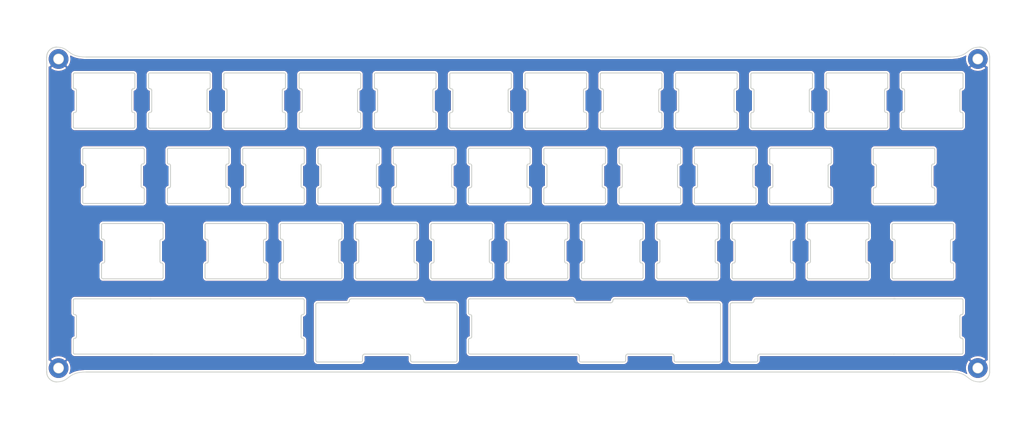
<source format=kicad_pcb>
(kicad_pcb (version 20210424) (generator pcbnew)
  (title_block (title "Static Plate") (date "2021-05-27") (rev "1.0") (company "0xCB") (comment 1 "Conor  Burns"))
  (layers (0 "F.Cu" signal) (31 "B.Cu" signal) (34 "B.Paste" user) (35 "F.Paste" user) (36 "B.SilkS" user "B.Silkscreen") (37 "F.SilkS" user "F.Silkscreen") (38 "B.Mask" user) (39 "F.Mask" user) (44 "Edge.Cuts" user))
  (net 0 "")
  (net 1 "GND")
  (footprint "MountingHole:MountingHole_2.5mm_Pad" (layer "F.Cu") (at 33.46 141.88)
    (fp_text reference "H2" hide)
    (fp_text value "MountingHole_Pad")
    (pad "1" thru_hole circle locked (at 0 0) (size 5 5) (drill 2.5) (layers *.Cu *.Mask) (net 1 "GND"))
  )
  (footprint "MountingHole:MountingHole_2.5mm_Pad" (layer "F.Cu") (at 266.06 141.87)
    (fp_text reference "H4" hide)
    (fp_text value "MountingHole_Pad")
    (pad "1" thru_hole circle locked (at 0 0) (size 5 5) (drill 2.5) (layers *.Cu *.Mask) (net 1 "GND"))
  )
  (footprint "MountingHole:MountingHole_2.5mm_Pad" (layer "F.Cu") (at 266.06 63.67)
    (fp_text reference "H3" hide)
    (fp_text value "MountingHole_Pad")
    (pad "1" thru_hole circle locked (at 0 0) (size 5 5) (drill 2.5) (layers *.Cu *.Mask) (net 1 "GND"))
  )
  (footprint "MountingHole:MountingHole_2.5mm_Pad" (layer "F.Cu") (at 33.46 63.67)
    (fp_text reference "H1" hide)
    (fp_text value "MountingHole_Pad")
    (pad "1" thru_hole circle locked (at 0 0) (size 5 5) (drill 2.5) (layers *.Cu *.Mask) (net 1 "GND"))
  )
  (gr_line (start 223.817233 71.192767) (end 223.837233 71.192767) (layer "Edge.Cuts") (width 0.25))
  (gr_arc (start 242.867233 76.802767) (end 242.477233 76.802767) (angle -90) (layer "Edge.Cuts") (width 0.25))
  (gr_line (start 94.839734 128.732766) (end 94.839734 133.952766) (layer "Edge.Cuts") (width 0.25))
  (gr_line (start 44.720984 109.292767) (end 44.730984 109.292767) (layer "Edge.Cuts") (width 0.25))
  (gr_arc (start 242.887233 67.582767) (end 243.277233 67.582767) (angle -90) (layer "Edge.Cuts") (width 0.25))
  (gr_line (start 37.977234 128.732766) (end 37.977234 133.952766) (layer "Edge.Cuts") (width 0.25))
  (gr_arc (start 228.067233 77.582767) (end 228.067233 77.192767) (angle -90) (layer "Edge.Cuts") (width 0.25))
  (gr_line (start 109.014734 105.292767) (end 123.814734 105.292767) (layer "Edge.Cuts") (width 0.25))
  (gr_line (start 59.920984 108.892767) (end 59.920984 105.692767) (layer "Edge.Cuts") (width 0.25))
  (gr_arc (start 209.017233 80.802767) (end 208.627233 80.802767) (angle -90) (layer "Edge.Cuts") (width 0.25))
  (gr_line (start 165.208483 138.842766) (end 165.208483 139.842766) (layer "Edge.Cuts") (width 0.25))
  (gr_arc (start 104.764734 108.892767) (end 104.764734 109.292767) (angle -90) (layer "Edge.Cuts") (width 0.25))
  (gr_line (start 37.577234 128.342766) (end 37.587234 128.342766) (layer "Edge.Cuts") (width 0.25))
  (gr_arc (start 239.983483 89.842767) (end 239.583483 89.842767) (angle -90) (layer "Edge.Cuts") (width 0.25))
  (gr_line (start 30.452234 142.867766) (end 30.452234 63.167767) (layer "Edge.Cuts") (width 0.25))
  (gr_line (start 239.983483 86.242767) (end 254.783483 86.242767) (layer "Edge.Cuts") (width 0.25))
  (gr_line (start 151.867233 71.192767) (end 151.887233 71.192767) (layer "Edge.Cuts") (width 0.25))
  (gr_arc (start 213.799733 95.852767) (end 213.799733 96.242767) (angle -90) (layer "Edge.Cuts") (width 0.25))
  (gr_line (start 39.558484 96.642767) (end 39.558484 99.842767) (layer "Edge.Cuts") (width 0.25))
  (gr_arc (start 90.487234 80.802767) (end 90.487234 81.192767) (angle -90) (layer "Edge.Cuts") (width 0.25))
  (gr_line (start 223.314733 105.292767) (end 238.114733 105.292767) (layer "Edge.Cuts") (width 0.25))
  (gr_line (start 247.117233 71.192767) (end 247.137233 71.192767) (layer "Edge.Cuts") (width 0.25))
  (gr_line (start 104.754734 109.292767) (end 104.764734 109.292767) (layer "Edge.Cuts") (width 0.25))
  (gr_line (start 132.817233 81.192767) (end 147.637233 81.192767) (layer "Edge.Cuts") (width 0.25))
  (gr_line (start 123.814734 115.292767) (end 123.804734 115.292767) (layer "Edge.Cuts") (width 0.25))
  (gr_arc (start 238.104733 109.682767) (end 238.104733 109.292767) (angle -90) (layer "Edge.Cuts") (width 0.25))
  (gr_line (start 114.689734 99.852767) (end 114.689734 96.632767) (layer "Edge.Cuts") (width 0.25))
  (gr_line (start 94.327234 77.582767) (end 94.327234 80.802767) (layer "Edge.Cuts") (width 0.25))
  (gr_arc (start 90.467234 76.802767) (end 90.077234 76.802767) (angle -90) (layer "Edge.Cuts") (width 0.25))
  (gr_line (start 109.024734 115.292767) (end 109.014734 115.292767) (layer "Edge.Cuts") (width 0.25))
  (gr_line (start 147.514733 109.682767) (end 147.514733 114.902767) (layer "Edge.Cuts") (width 0.25))
  (gr_arc (start 118.529734 96.632767) (end 118.529734 96.242767) (angle -90) (layer "Edge.Cuts") (width 0.25))
  (gr_line (start 39.958484 90.242767) (end 39.968484 90.242767) (layer "Edge.Cuts") (width 0.25))
  (gr_line (start 209.939733 89.852767) (end 209.939733 86.632767) (layer "Edge.Cuts") (width 0.25))
  (gr_line (start 147.114733 119.292767) (end 161.914733 119.292767) (layer "Edge.Cuts") (width 0.25))
  (gr_line (start 128.064733 105.292767) (end 142.864733 105.292767) (layer "Edge.Cuts") (width 0.25))
  (gr_line (start 148.027233 70.802767) (end 148.027233 67.582767) (layer "Edge.Cuts") (width 0.25))
  (gr_arc (start 132.817233 67.582767) (end 132.817233 67.192767) (angle -90) (layer "Edge.Cuts") (width 0.25))
  (gr_line (start 156.239733 96.632767) (end 156.239733 99.852767) (layer "Edge.Cuts") (width 0.25))
  (gr_arc (start 95.229734 128.732766) (end 95.229734 128.342766) (angle -90) (layer "Edge.Cuts") (width 0.25))
  (gr_line (start 89.564734 105.692767) (end 89.564734 108.892767) (layer "Edge.Cuts") (width 0.25))
  (gr_line (start 166.667233 71.192767) (end 166.687233 71.192767) (layer "Edge.Cuts") (width 0.25))
  (gr_arc (start 223.314733 118.892767) (end 222.914733 118.892767) (angle -90) (layer "Edge.Cuts") (width 0.25))
  (gr_arc (start 75.667234 67.582767) (end 75.667234 67.192767) (angle -90) (layer "Edge.Cuts") (width 0.25))
  (gr_line (start 246.727233 67.582767) (end 246.727233 70.802767) (layer "Edge.Cuts") (width 0.25))
  (gr_arc (start 142.864733 118.892767) (end 142.864733 119.292767) (angle -90) (layer "Edge.Cuts") (width 0.25))
  (gr_line (start 262.327233 127.942766) (end 262.327233 124.742767) (layer "Edge.Cuts") (width 0.25))
  (gr_arc (start 80.449734 95.852767) (end 80.449734 96.242767) (angle -90) (layer "Edge.Cuts") (width 0.25))
  (gr_arc (start 142.864733 115.692767) (end 143.264733 115.692767) (angle -90) (layer "Edge.Cuts") (width 0.25))
  (gr_arc (start 156.649733 90.632767) (end 157.039733 90.632767) (angle -90) (layer "Edge.Cuts") (width 0.25))
  (gr_arc (start 266.552233 63.167767) (end 269.052233 63.167767) (angle -90) (layer "Edge.Cuts") (width 0.25))
  (gr_arc (start 71.417234 76.802767) (end 71.027234 76.802767) (angle -90) (layer "Edge.Cuts") (width 0.25))
  (gr_arc (start 166.164733 108.892767) (end 165.764733 108.892767) (angle -90) (layer "Edge.Cuts") (width 0.25))
  (gr_arc (start 175.679733 99.852767) (end 175.289733 99.852767) (angle -90) (layer "Edge.Cuts") (width 0.25))
  (gr_arc (start 177.470983 138.842766) (end 177.470983 138.342766) (angle -90) (layer "Edge.Cuts") (width 0.25))
  (gr_line (start 164.395983 125.342767) (end 173.208483 125.342767) (layer "Edge.Cuts") (width 0.25))
  (gr_arc (start 56.637234 71.582767) (end 57.027234 71.582767) (angle -90) (layer "Edge.Cuts") (width 0.25))
  (gr_line (start 118.529734 86.242767) (end 133.349733 86.242767) (layer "Edge.Cuts") (width 0.25))
  (gr_arc (start 204.264733 118.892767) (end 203.864733 118.892767) (angle -90) (layer "Edge.Cuts") (width 0.25))
  (gr_line (start 261.527233 128.732766) (end 261.527233 133.952766) (layer "Edge.Cuts") (width 0.25))
  (gr_line (start 37.577234 124.342767) (end 56.825445 124.342312) (layer "Edge.Cuts") (width 0.25))
  (gr_line (start 134.295983 125.842766) (end 134.295983 139.842766) (layer "Edge.Cuts") (width 0.25))
  (gr_line (start 147.114733 105.292767) (end 161.914733 105.292767) (layer "Edge.Cuts") (width 0.25))
  (gr_arc (start 185.737233 70.802767) (end 185.737233 71.192767) (angle -90) (layer "Edge.Cuts") (width 0.25))
  (gr_line (start 192.970983 125.342767) (end 200.470983 125.342767) (layer "Edge.Cuts") (width 0.25))
  (gr_circle (center 33.452234 63.667767) (end 34.702234 63.667767) (layer "Edge.Cuts") (width 0.25) (fill none))
  (gr_line (start 244.745983 124.342767) (end 261.927233 124.342767) (layer "Edge.Cuts") (width 0.25))
  (gr_arc (start 52.387234 67.582767) (end 52.777234 67.582767) (angle -90) (layer "Edge.Cuts") (width 0.25))
  (gr_line (start 59.510984 109.292767) (end 59.520984 109.292767) (layer "Edge.Cuts") (width 0.25))
  (gr_line (start 113.889734 90.632767) (end 113.889734 95.852767) (layer "Edge.Cuts") (width 0.25))
  (gr_arc (start 152.399733 99.852767) (end 152.399733 100.242767) (angle -90) (layer "Edge.Cuts") (width 0.25))
  (gr_arc (start 95.229734 95.852767) (end 94.839734 95.852767) (angle -90) (layer "Edge.Cuts") (width 0.25))
  (gr_line (start 113.377234 67.582767) (end 113.377234 70.802767) (layer "Edge.Cuts") (width 0.25))
  (gr_line (start 185.214733 109.292767) (end 185.224733 109.292767) (layer "Edge.Cuts") (width 0.25))
  (gr_line (start 222.914733 105.692767) (end 222.914733 108.892767) (layer "Edge.Cuts") (width 0.25))
  (gr_line (start 167.077233 80.802767) (end 167.077233 77.582767) (layer "Edge.Cuts") (width 0.25))
  (gr_arc (start 209.529733 95.852767) (end 209.139733 95.852767) (angle -90) (layer "Edge.Cuts") (width 0.25))
  (gr_arc (start 126.295983 124.842767) (end 125.795984 124.842767) (angle -90) (layer "Edge.Cuts") (width 0.25))
  (gr_arc (start 213.779733 99.852767) (end 213.389733 99.852767) (angle -90) (layer "Edge.Cuts") (width 0.25))
  (gr_arc (start 209.037233 71.582767) (end 209.427233 71.582767) (angle -90) (layer "Edge.Cuts") (width 0.25))
  (gr_line (start 128.177233 71.582767) (end 128.177233 76.802767) (layer "Edge.Cuts") (width 0.25))
  (gr_arc (start 259.545983 115.692767) (end 259.945983 115.692767) (angle -90) (layer "Edge.Cuts") (width 0.25))
  (gr_line (start 189.967233 81.192767) (end 204.787233 81.192767) (layer "Edge.Cuts") (width 0.25))
  (gr_arc (start 247.117233 77.582767) (end 247.117233 77.192767) (angle -90) (layer "Edge.Cuts") (width 0.25))
  (gr_line (start 137.989733 90.632767) (end 137.989733 95.852767) (layer "Edge.Cuts") (width 0.25))
  (gr_arc (start 166.667233 76.802767) (end 166.277233 76.802767) (angle -90) (layer "Edge.Cuts") (width 0.25))
  (gr_line (start 113.767234 71.192767) (end 113.787234 71.192767) (layer "Edge.Cuts") (width 0.25))
  (gr_line (start 185.327233 71.582767) (end 185.327233 76.802767) (layer "Edge.Cuts") (width 0.25))
  (gr_arc (start 171.449733 96.632767) (end 171.839733 96.632767) (angle -90) (layer "Edge.Cuts") (width 0.25))
  (gr_arc (start 259.545983 105.692767) (end 259.945983 105.692767) (angle -90) (layer "Edge.Cuts") (width 0.25))
  (gr_circle (center 33.452234 141.867766) (end 34.702234 141.867766) (layer "Edge.Cuts") (width 0.25) (fill none))
  (gr_arc (start 54.758484 99.842767) (end 54.758484 100.242767) (angle -90) (layer "Edge.Cuts") (width 0.25))
  (gr_arc (start 239.993483 95.852767) (end 239.993483 96.242767) (angle -90) (layer "Edge.Cuts") (width 0.25))
  (gr_line (start 189.967233 71.192767) (end 189.987233 71.192767) (layer "Edge.Cuts") (width 0.25))
  (gr_line (start 128.977233 70.802767) (end 128.977233 67.582767) (layer "Edge.Cuts") (width 0.25))
  (gr_line (start 259.052233 142.867766) (end 40.452234 142.867766) (layer "Edge.Cuts") (width 0.25))
  (gr_line (start 118.529734 100.242767) (end 133.349733 100.242767) (layer "Edge.Cuts") (width 0.25))
  (gr_arc (start 37.587234 76.802767) (end 37.587234 77.192767) (angle -90) (layer "Edge.Cuts") (width 0.25))
  (gr_arc (start 209.549733 99.852767) (end 209.549733 100.242767) (angle -90) (layer "Edge.Cuts") (width 0.25))
  (gr_line (start 90.364734 109.682767) (end 90.364734 114.902767) (layer "Edge.Cuts") (width 0.25))
  (gr_arc (start 128.567233 76.802767) (end 128.177233 76.802767) (angle -90) (layer "Edge.Cuts") (width 0.25))
  (gr_arc (start 210.895983 138.842766) (end 210.895983 138.342766) (angle -90) (layer "Edge.Cuts") (width 0.25))
  (gr_arc (start 190.499733 86.632767) (end 190.889733 86.632767) (angle -90) (layer "Edge.Cuts") (width 0.25))
  (gr_arc (start 37.577234 127.942766) (end 37.177234 127.942766) (angle -90) (layer "Edge.Cuts") (width 0.25))
  (gr_arc (start 89.974734 109.682767) (end 90.364734 109.682767) (angle -90) (layer "Edge.Cuts") (width 0.25))
  (gr_line (start 166.174733 115.292767) (end 166.164733 115.292767) (layer "Edge.Cuts") (width 0.25))
  (gr_arc (start 75.667234 80.802767) (end 75.277234 80.802767) (angle -90) (layer "Edge.Cuts") (width 0.25))
  (gr_line (start 80.839734 90.632767) (end 80.839734 95.852767) (layer "Edge.Cuts") (width 0.25))
  (gr_arc (start 219.064733 115.692767) (end 219.464733 115.692767) (angle -90) (layer "Edge.Cuts") (width 0.25))
  (gr_line (start 228.067233 67.192767) (end 242.887233 67.192767) (layer "Edge.Cuts") (width 0.25))
  (gr_arc (start 238.114733 118.892767) (end 238.114733 119.292767) (angle -90) (layer "Edge.Cuts") (width 0.25))
  (gr_line (start 259.545983 115.292767) (end 259.535983 115.292767) (layer "Edge.Cuts") (width 0.25))
  (gr_line (start 80.039734 86.632767) (end 80.039734 89.852767) (layer "Edge.Cuts") (width 0.25))
  (gr_line (start 123.033484 140.342766) (end 133.795983 140.342766) (layer "Edge.Cuts") (width 0.25))
  (gr_line (start 128.064733 119.292767) (end 142.864733 119.292767) (layer "Edge.Cuts") (width 0.25))
  (gr_line (start 170.917233 81.192767) (end 185.737233 81.192767) (layer "Edge.Cuts") (width 0.25))
  (gr_arc (start 161.914733 105.692767) (end 162.314733 105.692767) (angle -90) (layer "Edge.Cuts") (width 0.25))
  (gr_arc (start 95.249734 86.632767) (end 95.639734 86.632767) (angle -90) (layer "Edge.Cuts") (width 0.25))
  (gr_arc (start 213.779733 86.632767) (end 213.779733 86.242767) (angle -90) (layer "Edge.Cuts") (width 0.25))
  (gr_line (start 147.227233 71.582767) (end 147.227233 76.802767) (layer "Edge.Cuts") (width 0.25))
  (gr_line (start 52.387234 77.192767) (end 52.367234 77.192767) (layer "Edge.Cuts") (width 0.25))
  (gr_line (start 237.714733 109.682767) (end 237.714733 114.902767) (layer "Edge.Cuts") (width 0.25))
  (gr_arc (start 209.037233 76.802767) (end 209.037233 77.192767) (angle -90) (layer "Edge.Cuts") (width 0.25))
  (gr_line (start 90.467234 71.192767) (end 90.487234 71.192767) (layer "Edge.Cuts") (width 0.25))
  (gr_arc (start 75.687234 71.582767) (end 76.077234 71.582767) (angle -90) (layer "Edge.Cuts") (width 0.25))
  (gr_line (start 95.127234 71.582767) (end 95.127234 76.802767) (layer "Edge.Cuts") (width 0.25))
  (gr_line (start 86.114734 108.892767) (end 86.114734 105.692767) (layer "Edge.Cuts") (width 0.25))
  (gr_line (start 75.667234 81.192767) (end 90.487234 81.192767) (layer "Edge.Cuts") (width 0.25))
  (gr_line (start 39.968484 96.242767) (end 39.958484 96.242767) (layer "Edge.Cuts") (width 0.25))
  (gr_arc (start 164.708483 138.842766) (end 165.208483 138.842766) (angle -90) (layer "Edge.Cuts") (width 0.25))
  (gr_arc (start 37.577234 134.742766) (end 37.577234 134.342766) (angle -90) (layer "Edge.Cuts") (width 0.25))
  (gr_line (start 124.214734 108.892767) (end 124.214734 105.692767) (layer "Edge.Cuts") (width 0.25))
  (gr_arc (start 238.114733 108.892767) (end 238.114733 109.292767) (angle -90) (layer "Edge.Cuts") (width 0.25))
  (gr_line (start 56.617234 81.192767) (end 71.437234 81.192767) (layer "Edge.Cuts") (width 0.25))
  (gr_arc (start 180.964733 108.892767) (end 180.964733 109.292767) (angle -90) (layer "Edge.Cuts") (width 0.25))
  (gr_arc (start 185.214733 115.692767) (end 185.214733 115.292767) (angle -90) (layer "Edge.Cuts") (width 0.25))
  (gr_arc (start 71.437234 70.802767) (end 71.437234 71.192767) (angle -90) (layer "Edge.Cuts") (width 0.25))
  (gr_line (start 200.414733 108.892767) (end 200.414733 105.692767) (layer "Edge.Cuts") (width 0.25))
  (gr_arc (start 190.499733 99.852767) (end 190.499733 100.242767) (angle -90) (layer "Edge.Cuts") (width 0.25))
  (gr_arc (start 175.699733 95.852767) (end 175.699733 96.242767) (angle -90) (layer "Edge.Cuts") (width 0.25))
  (gr_line (start 204.787233 77.192767) (end 204.767233 77.192767) (layer "Edge.Cuts") (width 0.25))
  (gr_line (start 242.867233 71.192767) (end 242.887233 71.192767) (layer "Edge.Cuts") (width 0.25))
  (gr_arc (start 185.737233 80.802767) (end 185.737233 81.192767) (angle -90) (layer "Edge.Cuts") (width 0.25))
  (gr_arc (start 44.720984 115.692767) (end 44.720984 115.292767) (angle -90) (layer "Edge.Cuts") (width 0.25))
  (gr_arc (start 114.299734 99.852767) (end 114.299734 100.242767) (angle -90) (layer "Edge.Cuts") (width 0.25))
  (gr_arc (start 242.887233 77.582767) (end 243.277233 77.582767) (angle -90) (layer "Edge.Cuts") (width 0.25))
  (gr_arc (start 125.295984 124.842767) (end 125.795984 124.842767) (angle -90) (layer "Edge.Cuts") (width 0.25))
  (gr_line (start 243.277233 80.802767) (end 243.277233 77.582767) (layer "Edge.Cuts") (width 0.25))
  (gr_line (start 261.927233 134.342766) (end 261.917233 134.342766) (layer "Edge.Cuts") (width 0.25))
  (gr_arc (start 189.967233 77.582767) (end 189.967233 77.192767) (angle -90) (layer "Edge.Cuts") (width 0.25))
  (gr_line (start 170.937233 77.192767) (end 170.917233 77.192767) (layer "Edge.Cuts") (width 0.25))
  (gr_line (start 166.164733 119.292767) (end 180.964733 119.292767) (layer "Edge.Cuts") (width 0.25))
  (gr_line (start 156.239733 86.632767) (end 156.239733 89.852767) (layer "Edge.Cuts") (width 0.25))
  (gr_line (start 71.827234 80.802767) (end 71.827234 77.582767) (layer "Edge.Cuts") (width 0.25))
  (gr_line (start 80.039734 96.632767) (end 80.039734 99.852767) (layer "Edge.Cuts") (width 0.25))
  (gr_arc (start 59.510984 109.682767) (end 59.510984 109.292767) (angle -90) (layer "Edge.Cuts") (width 0.25))
  (gr_line (start 54.748484 90.242767) (end 54.758484 90.242767) (layer "Edge.Cuts") (width 0.25))
  (gr_arc (start 170.937233 71.582767) (end 171.327233 71.582767) (angle -90) (layer "Edge.Cuts") (width 0.25))
  (gr_line (start 200.970983 125.842766) (end 200.970983 139.842766) (layer "Edge.Cuts") (width 0.25))
  (gr_line (start 223.324733 115.292767) (end 223.314733 115.292767) (layer "Edge.Cuts") (width 0.25))
  (gr_arc (start 137.579733 99.852767) (end 137.189733 99.852767) (angle -90) (layer "Edge.Cuts") (width 0.25))
  (gr_arc (start 109.537234 80.802767) (end 109.537234 81.192767) (angle -90) (layer "Edge.Cuts") (width 0.25))
  (gr_arc (start 94.737234 71.582767) (end 95.127234 71.582767) (angle -90) (layer "Edge.Cuts") (width 0.25))
  (gr_line (start 143.264733 118.892767) (end 143.264733 115.692767) (layer "Edge.Cuts") (width 0.25))
  (gr_arc (start 44.730984 109.682767) (end 45.120984 109.682767) (angle -90) (layer "Edge.Cuts") (width 0.25))
  (gr_line (start 259.145983 109.682767) (end 259.145983 114.902767) (layer "Edge.Cuts") (width 0.25))
  (gr_line (start 242.477233 71.582767) (end 242.477233 76.802767) (layer "Edge.Cuts") (width 0.25))
  (gr_arc (start 261.917233 71.582767) (end 261.917233 71.192767) (angle -90) (layer "Edge.Cuts") (width 0.25))
  (gr_arc (start 133.349733 89.852767) (end 133.349733 90.242767) (angle -90) (layer "Edge.Cuts") (width 0.25))
  (gr_line (start 75.277234 67.582767) (end 75.277234 70.802767) (layer "Edge.Cuts") (width 0.25))
  (gr_line (start 95.239734 134.342766) (end 95.229734 134.342766) (layer "Edge.Cuts") (width 0.25))
  (gr_arc (start 175.679733 89.852767) (end 175.289733 89.852767) (angle -90) (layer "Edge.Cuts") (width 0.25))
  (gr_arc (start 109.517234 76.802767) (end 109.127234 76.802767) (angle -90) (layer "Edge.Cuts") (width 0.25))
  (gr_arc (start 254.783483 86.642767) (end 255.183483 86.642767) (angle -90) (layer "Edge.Cuts") (width 0.25))
  (gr_arc (start 223.324733 114.902767) (end 223.324733 115.292767) (angle -90) (layer "Edge.Cuts") (width 0.25))
  (gr_line (start 142.464733 109.682767) (end 142.464733 114.902767) (layer "Edge.Cuts") (width 0.25))
  (gr_arc (start 152.399733 89.852767) (end 152.399733 90.242767) (angle -90) (layer "Edge.Cuts") (width 0.25))
  (gr_line (start 170.527233 77.582767) (end 170.527233 80.802767) (layer "Edge.Cuts") (width 0.25))
  (gr_line (start 57.027234 71.582767) (end 57.027234 76.802767) (layer "Edge.Cuts") (width 0.25))
  (gr_line (start 127.664733 115.692767) (end 127.664733 118.892767) (layer "Edge.Cuts") (width 0.25))
  (gr_line (start 203.395983 125.842766) (end 203.395983 139.842766) (layer "Edge.Cuts") (width 0.25))
  (gr_line (start 203.895983 140.342766) (end 209.895983 140.342766) (layer "Edge.Cuts") (width 0.25))
  (gr_line (start 205.177233 80.802767) (end 205.177233 77.582767) (layer "Edge.Cuts") (width 0.25))
  (gr_arc (start 166.164733 105.692767) (end 166.164733 105.292767) (angle -90) (layer "Edge.Cuts") (width 0.25))
  (gr_line (start 152.277233 71.582767) (end 152.277233 76.802767) (layer "Edge.Cuts") (width 0.25))
  (gr_line (start 118.549734 96.242767) (end 118.529734 96.242767) (layer "Edge.Cuts") (width 0.25))
  (gr_line (start 76.179734 90.242767) (end 76.199734 90.242767) (layer "Edge.Cuts") (width 0.25))
  (gr_line (start 224.227233 70.802767) (end 224.227233 67.582767) (layer "Edge.Cuts") (width 0.25))
  (gr_arc (start 247.117233 80.802767) (end 246.727233 80.802767) (angle -90) (layer "Edge.Cuts") (width 0.25))
  (gr_line (start 208.627233 77.582767) (end 208.627233 80.802767) (layer "Edge.Cuts") (width 0.25))
  (gr_line (start 161.904733 109.292767) (end 161.914733 109.292767) (layer "Edge.Cuts") (width 0.25))
  (gr_line (start 133.227233 71.582767) (end 133.227233 76.802767) (layer "Edge.Cuts") (width 0.25))
  (gr_arc (start 151.867233 70.802767) (end 151.477233 70.802767) (angle -90) (layer "Edge.Cuts") (width 0.25))
  (gr_arc (start 52.387234 77.582767) (end 52.777234 77.582767) (angle -90) (layer "Edge.Cuts") (width 0.25))
  (gr_arc (start 133.349733 86.632767) (end 133.739733 86.632767) (angle -90) (layer "Edge.Cuts") (width 0.25))
  (gr_line (start 247.137233 77.192767) (end 247.117233 77.192767) (layer "Edge.Cuts") (width 0.25))
  (gr_line (start 254.383483 90.632767) (end 254.383483 95.852767) (layer "Edge.Cuts") (width 0.25))
  (gr_arc (start 194.749733 90.632767) (end 195.139733 90.632767) (angle -90) (layer "Edge.Cuts") (width 0.25))
  (gr_line (start 123.804734 109.292767) (end 123.814734 109.292767) (layer "Edge.Cuts") (width 0.25))
  (gr_line (start 128.074733 115.292767) (end 128.064733 115.292767) (layer "Edge.Cuts") (width 0.25))
  (gr_arc (start 238.114733 115.692767) (end 238.514733 115.692767) (angle -90) (layer "Edge.Cuts") (width 0.25))
  (gr_line (start 114.689734 89.852767) (end 114.689734 86.632767) (layer "Edge.Cuts") (width 0.25))
  (gr_arc (start 76.199734 86.632767) (end 76.589734 86.632767) (angle -90) (layer "Edge.Cuts") (width 0.25))
  (gr_arc (start 166.687233 77.582767) (end 167.077233 77.582767) (angle -90) (layer "Edge.Cuts") (width 0.25))
  (gr_arc (start 76.199734 96.632767) (end 76.589734 96.632767) (angle -90) (layer "Edge.Cuts") (width 0.25))
  (gr_line (start 209.927233 124.342767) (end 245.172622 124.342592) (layer "Edge.Cuts") (width 0.25))
  (gr_arc (start 44.720984 118.892767) (end 44.320984 118.892767) (angle -90) (layer "Edge.Cuts") (width 0.25))
  (gr_line (start 209.529733 90.242767) (end 209.549733 90.242767) (layer "Edge.Cuts") (width 0.25))
  (gr_arc (start 113.767234 80.802767) (end 113.377234 80.802767) (angle -90) (layer "Edge.Cuts") (width 0.25))
  (gr_arc (start 147.114733 108.892767) (end 146.714733 108.892767) (angle -90) (layer "Edge.Cuts") (width 0.25))
  (gr_arc (start 70.924734 114.902767) (end 70.924734 115.292767) (angle -90) (layer "Edge.Cuts") (width 0.25))
  (gr_arc (start 113.787234 76.802767) (end 113.787234 77.192767) (angle -90) (layer "Edge.Cuts") (width 0.25))
  (gr_arc (start 204.264733 115.692767) (end 204.264733 115.292767) (angle -90) (layer "Edge.Cuts") (width 0.25))
  (gr_line (start 122.533484 138.842766) (end 122.533484 139.842766) (layer "Edge.Cuts") (width 0.25))
  (gr_arc (start 133.349733 96.632767) (end 133.739733 96.632767) (angle -90) (layer "Edge.Cuts") (width 0.25))
  (gr_line (start 133.739733 99.852767) (end 133.739733 96.632767) (layer "Edge.Cuts") (width 0.25))
  (gr_line (start 39.558484 86.642767) (end 39.558484 89.842767) (layer "Edge.Cuts") (width 0.25))
  (gr_line (start 213.779733 90.242767) (end 213.799733 90.242767) (layer "Edge.Cuts") (width 0.25))
  (gr_line (start 244.755983 115.292767) (end 244.745983 115.292767) (layer "Edge.Cuts") (width 0.25))
  (gr_arc (start 200.004733 109.682767) (end 200.004733 109.292767) (angle -90) (layer "Edge.Cuts") (width 0.25))
  (gr_arc (start 99.033484 125.842766) (end 99.033484 125.342767) (angle -90) (layer "Edge.Cuts") (width 0.25))
  (gr_arc (start 247.117233 67.582767) (end 247.117233 67.192767) (angle -90) (layer "Edge.Cuts") (width 0.25))
  (gr_line (start 240.383483 90.632767) (end 240.383483 95.852767) (layer "Edge.Cuts") (width 0.25))
  (gr_line (start 71.437234 77.192767) (end 71.417234 77.192767) (layer "Edge.Cuts") (width 0.25))
  (gr_arc (start 200.014733 118.892767) (end 200.014733 119.292767) (angle -90) (layer "Edge.Cuts") (width 0.25))
  (gr_arc (start 61.399734 95.852767) (end 61.399734 96.242767) (angle -90) (layer "Edge.Cuts") (width 0.25))
  (gr_arc (start 147.637233 77.582767) (end 148.027233 77.582767) (angle -90) (layer "Edge.Cuts") (width 0.25))
  (gr_arc (start 200.470983 125.842766) (end 200.970983 125.842766) (angle -90) (layer "Edge.Cuts") (width 0.25))
  (gr_arc (start 56.617234 77.582767) (end 56.617234 77.192767) (angle -90) (layer "Edge.Cuts") (width 0.25))
  (gr_arc (start 71.417234 71.582767) (end 71.417234 71.192767) (angle -90) (layer "Edge.Cuts") (width 0.25))
  (gr_line (start 152.789733 99.852767) (end 152.789733 96.632767) (layer "Edge.Cuts") (width 0.25))
  (gr_line (start 245.145983 109.682767) (end 245.145983 114.902767) (layer "Edge.Cuts") (width 0.25))
  (gr_line (start 147.114733 109.292767) (end 147.124733 109.292767) (layer "Edge.Cuts") (width 0.25))
  (gr_line (start 175.699733 96.242767) (end 175.679733 96.242767) (layer "Edge.Cuts") (width 0.25))
  (gr_line (start 37.567234 71.192767) (end 37.587234 71.192767) (layer "Edge.Cuts") (width 0.25))
  (gr_arc (start 61.379734 96.632767) (end 61.379734 96.242767) (angle -90) (layer "Edge.Cuts") (width 0.25))
  (gr_arc (start 261.937233 80.802767) (end 261.937233 81.192767) (angle -90) (layer "Edge.Cuts") (width 0.25))
  (gr_line (start 261.917233 71.192767) (end 261.937233 71.192767) (layer "Edge.Cuts") (width 0.25))
  (gr_arc (start 261.927233 127.942766) (end 261.927233 128.342766) (angle -90) (layer "Edge.Cuts") (width 0.25))
  (gr_arc (start 185.737233 77.582767) (end 186.127233 77.582767) (angle -90) (layer "Edge.Cuts") (width 0.25))
  (gr_line (start 209.939733 99.852767) (end 209.939733 96.632767) (layer "Edge.Cuts") (width 0.25))
  (gr_line (start 109.014734 109.292767) (end 109.024734 109.292767) (layer "Edge.Cuts") (width 0.25))
  (gr_line (start 127.664733 105.692767) (end 127.664733 108.892767) (layer "Edge.Cuts") (width 0.25))
  (gr_line (start 161.914733 115.292767) (end 161.904733 115.292767) (layer "Edge.Cuts") (width 0.25))
  (gr_line (start 213.779733 100.242767) (end 228.599733 100.242767) (layer "Edge.Cuts") (width 0.25))
  (gr_arc (start 200.014733 105.692767) (end 200.414733 105.692767) (angle -90) (layer "Edge.Cuts") (width 0.25))
  (gr_line (start 228.989733 99.852767) (end 228.989733 96.632767) (layer "Edge.Cuts") (width 0.25))
  (gr_arc (start 52.367234 71.582767) (end 52.367234 71.192767) (angle -90) (layer "Edge.Cuts") (width 0.25))
  (gr_line (start 180.954733 109.292767) (end 180.964733 109.292767) (layer "Edge.Cuts") (width 0.25))
  (gr_arc (start 137.599733 133.952766) (end 137.599733 134.342766) (angle -90) (layer "Edge.Cuts") (width 0.25))
  (gr_arc (start 247.137233 71.582767) (end 247.527233 71.582767) (angle -90) (layer "Edge.Cuts") (width 0.25))
  (gr_arc (start 54.758484 89.842767) (end 54.758484 90.242767) (angle -90) (layer "Edge.Cuts") (width 0.25))
  (gr_arc (start 239.983483 86.642767) (end 239.983483 86.242767) (angle -90) (layer "Edge.Cuts") (width 0.25))
  (gr_arc (start 137.589733 124.742767) (end 137.589733 124.342767) (angle -90) (layer "Edge.Cuts") (width 0.25))
  (gr_arc (start 156.629733 96.632767) (end 156.629733 96.242767) (angle -90) (layer "Edge.Cuts") (width 0.25))
  (gr_line (start 114.279734 90.242767) (end 114.299734 90.242767) (layer "Edge.Cuts") (width 0.25))
  (gr_line (start 228.067233 71.192767) (end 228.087233 71.192767) (layer "Edge.Cuts") (width 0.25))
  (gr_arc (start 170.917233 77.582767) (end 170.917233 77.192767) (angle -90) (layer "Edge.Cuts") (width 0.25))
  (gr_arc (start 189.708483 139.842766) (end 189.208483 139.842766) (angle -90) (layer "Edge.Cuts") (width 0.25))
  (gr_arc (start 80.429734 99.852767) (end 80.039734 99.852767) (angle -90) (layer "Edge.Cuts") (width 0.25))
  (gr_line (start 59.920984 118.892767) (end 59.920984 115.692767) (layer "Edge.Cuts") (width 0.25))
  (gr_arc (start 128.064733 115.692767) (end 128.064733 115.292767) (angle -90) (layer "Edge.Cuts") (width 0.25))
  (gr_arc (start 56.617234 67.582767) (end 56.617234 67.192767) (angle -90) (layer "Edge.Cuts") (width 0.25))
  (gr_line (start 137.599733 134.342766) (end 137.589733 134.342766) (layer "Edge.Cuts") (width 0.25))
  (gr_line (start 151.989733 90.632767) (end 151.989733 95.852767) (layer "Edge.Cuts") (width 0.25))
  (gr_arc (start 132.817233 80.802767) (end 132.427233 80.802767) (angle -90) (layer "Edge.Cuts") (width 0.25))
  (gr_arc (start 59.510984 114.902767) (end 59.120984 114.902767) (angle -90) (layer "Edge.Cuts") (width 0.25))
  (gr_line (start 37.567234 67.192767) (end 52.387234 67.192767) (layer "Edge.Cuts") (width 0.25))
  (gr_line (start 171.429733 90.242767) (end 171.449733 90.242767) (layer "Edge.Cuts") (width 0.25))
  (gr_line (start 152.789733 89.852767) (end 152.789733 86.632767) (layer "Edge.Cuts") (width 0.25))
  (gr_line (start 51.977234 71.582767) (end 51.977234 76.802767) (layer "Edge.Cuts") (width 0.25))
  (gr_arc (start 147.114733 115.692767) (end 147.114733 115.292767) (angle -90) (layer "Edge.Cuts") (width 0.25))
  (gr_arc (start 44.720984 108.892767) (end 44.320984 108.892767) (angle -90) (layer "Edge.Cuts") (width 0.25))
  (gr_arc (start 261.927233 124.742767) (end 262.327233 124.742767) (angle -90) (layer "Edge.Cuts") (width 0.25))
  (gr_arc (start 213.799733 90.632767) (end 214.189733 90.632767) (angle -90) (layer "Edge.Cuts") (width 0.25))
  (gr_arc (start 37.567234 80.802767) (end 37.177234 80.802767) (angle -90) (layer "Edge.Cuts") (width 0.25))
  (gr_arc (start 114.279734 95.852767) (end 113.889734 95.852767) (angle -90) (layer "Edge.Cuts") (width 0.25))
  (gr_line (start 204.264733 109.292767) (end 204.274733 109.292767) (layer "Edge.Cuts") (width 0.25))
  (gr_line (start 109.927234 70.802767) (end 109.927234 67.582767) (layer "Edge.Cuts") (width 0.25))
  (gr_line (start 242.887233 77.192767) (end 242.867233 77.192767) (layer "Edge.Cuts") (width 0.25))
  (gr_line (start 56.627234 124.342767) (end 95.239734 124.342767) (layer "Edge.Cuts") (width 0.25))
  (gr_arc (start 156.629733 99.852767) (end 156.239733 99.852767) (angle -90) (layer "Edge.Cuts") (width 0.25))
  (gr_arc (start 228.579733 90.632767) (end 228.579733 90.242767) (angle -90) (layer "Edge.Cuts") (width 0.25))
  (gr_arc (start 109.024734 114.902767) (end 109.024734 115.292767) (angle -90) (layer "Edge.Cuts") (width 0.25))
  (gr_arc (start 171.449733 99.852767) (end 171.449733 100.242767) (angle -90) (layer "Edge.Cuts") (width 0.25))
  (gr_line (start 181.364733 108.892767) (end 181.364733 105.692767) (layer "Edge.Cuts") (width 0.25))
  (gr_arc (start 152.379733 90.632767) (end 152.379733 90.242767) (angle -90) (layer "Edge.Cuts") (width 0.25))
  (gr_line (start 239.993483 96.242767) (end 239.983483 96.242767) (layer "Edge.Cuts") (width 0.25))
  (gr_arc (start 204.787233 67.582767) (end 205.177233 67.582767) (angle -90) (layer "Edge.Cuts") (width 0.25))
  (gr_line (start 71.027234 71.582767) (end 71.027234 76.802767) (layer "Edge.Cuts") (width 0.25))
  (gr_line (start 151.867233 67.192767) (end 166.687233 67.192767) (layer "Edge.Cuts") (width 0.25))
  (gr_arc (start 209.927233 124.842767) (end 209.927233 124.342767) (angle -90) (layer "Edge.Cuts") (width 0.25))
  (gr_arc (start 80.429734 96.632767) (end 80.429734 96.242767) (angle -90) (layer "Edge.Cuts") (width 0.25))
  (gr_arc (start 209.549733 96.632767) (end 209.939733 96.632767) (angle -90) (layer "Edge.Cuts") (width 0.25))
  (gr_arc (start 244.755983 109.682767) (end 245.145983 109.682767) (angle -90) (layer "Edge.Cuts") (width 0.25))
  (gr_arc (start 114.299734 96.632767) (end 114.689734 96.632767) (angle -90) (layer "Edge.Cuts") (width 0.25))
  (gr_line (start 89.564734 115.692767) (end 89.564734 118.892767) (layer "Edge.Cuts") (width 0.25))
  (gr_line (start 262.327233 80.802767) (end 262.327233 77.582767) (layer "Edge.Cuts") (width 0.25))
  (gr_arc (start 223.314733 115.692767) (end 223.314733 115.292767) (angle -90) (layer "Edge.Cuts") (width 0.25))
  (gr_line (start 99.033484 140.342766) (end 109.895984 140.342766) (layer "Edge.Cuts") (width 0.25))
  (gr_line (start 175.289733 96.632767) (end 175.289733 99.852767) (layer "Edge.Cuts") (width 0.25))
  (gr_arc (start 259.545983 118.892767) (end 259.545983 119.292767) (angle -90) (layer "Edge.Cuts") (width 0.25))
  (gr_line (start 94.717234 67.192767) (end 109.537234 67.192767) (layer "Edge.Cuts") (width 0.25))
  (gr_arc (start 89.974734 114.902767) (end 89.974734 115.292767) (angle -90) (layer "Edge.Cuts") (width 0.25))
  (gr_line (start 189.987233 77.192767) (end 189.967233 77.192767) (layer "Edge.Cuts") (width 0.25))
  (gr_arc (start 114.299734 86.632767) (end 114.689734 86.632767) (angle -90) (layer "Edge.Cuts") (width 0.25))
  (gr_line (start 194.729733 86.242767) (end 209.549733 86.242767) (layer "Edge.Cuts") (width 0.25))
  (gr_arc (start 128.064733 108.892767) (end 127.664733 108.892767) (angle -90) (layer "Edge.Cuts") (width 0.25))
  (gr_arc (start 244.745983 115.692767) (end 244.745983 115.292767) (angle -90) (layer "Edge.Cuts") (width 0.25))
  (gr_arc (start 56.617234 80.802767) (end 56.227234 80.802767) (angle -90) (layer "Edge.Cuts") (width 0.25))
  (gr_arc (start 137.589733 127.942766) (end 137.189733 127.942766) (angle -90) (layer "Edge.Cuts") (width 0.25))
  (gr_arc (start 75.667234 77.582767) (end 75.667234 77.192767) (angle -90) (layer "Edge.Cuts") (width 0.25))
  (gr_arc (start 113.767234 77.582767) (end 113.767234 77.192767) (angle -90) (layer "Edge.Cuts") (width 0.25))
  (gr_arc (start 133.329733 90.632767) (end 133.329733 90.242767) (angle -90) (layer "Edge.Cuts") (width 0.25))
  (gr_arc (start 59.520984 108.892767) (end 59.520984 109.292767) (angle -90) (layer "Edge.Cuts") (width 0.25))
  (gr_line (start 189.577233 77.582767) (end 189.577233 80.802767) (layer "Edge.Cuts") (width 0.25))
  (gr_line (start 132.427233 67.582767) (end 132.427233 70.802767) (layer "Edge.Cuts") (width 0.25))
  (gr_line (start 209.549733 96.242767) (end 209.529733 96.242767) (layer "Edge.Cuts") (width 0.25))
  (gr_line (start 44.720984 119.292767) (end 59.520984 119.292767) (layer "Edge.Cuts") (width 0.25))
  (gr_arc (start 152.399733 96.632767) (end 152.789733 96.632767) (angle -90) (layer "Edge.Cuts") (width 0.25))
  (gr_line (start 185.214733 105.292767) (end 200.014733 105.292767) (layer "Edge.Cuts") (width 0.25))
  (gr_arc (start 190.499733 96.632767) (end 190.889733 96.632767) (angle -90) (layer "Edge.Cuts") (width 0.25))
  (gr_line (start 166.164733 105.292767) (end 180.964733 105.292767) (layer "Edge.Cuts") (width 0.25))
  (gr_arc (start 189.967233 80.802767) (end 189.577233 80.802767) (angle -90) (layer "Edge.Cuts") (width 0.25))
  (gr_arc (start 44.730984 114.902767) (end 44.730984 115.292767) (angle -90) (layer "Edge.Cuts") (width 0.25))
  (gr_line (start 132.939733 90.632767) (end 132.939733 95.852767) (layer "Edge.Cuts") (width 0.25))
  (gr_line (start 213.389733 86.632767) (end 213.389733 89.852767) (layer "Edge.Cuts") (width 0.25))
  (gr_arc (start 80.429734 89.852767) (end 80.039734 89.852767) (angle -90) (layer "Edge.Cuts") (width 0.25))
  (gr_arc (start 259.535983 109.682767) (end 259.535983 109.292767) (angle -90) (layer "Edge.Cuts") (width 0.25))
  (gr_line (start 54.758484 96.242767) (end 54.748484 96.242767) (layer "Edge.Cuts") (width 0.25))
  (gr_arc (start 94.717234 70.802767) (end 94.327234 70.802767) (angle -90) (layer "Edge.Cuts") (width 0.25))
  (gr_arc (start 54.748484 95.852767) (end 54.358484 95.852767) (angle -90) (layer "Edge.Cuts") (width 0.25))
  (gr_arc (start 56.617234 70.802767) (end 56.227234 70.802767) (angle -90) (layer "Edge.Cuts") (width 0.25))
  (gr_line (start 166.164733 109.292767) (end 166.174733 109.292767) (layer "Edge.Cuts") (width 0.25))
  (gr_arc (start 80.449734 90.632767) (end 80.839734 90.632767) (angle -90) (layer "Edge.Cuts") (width 0.25))
  (gr_arc (start 223.837233 77.582767) (end 224.227233 77.582767) (angle -90) (layer "Edge.Cuts") (width 0.25))
  (gr_arc (start 209.549733 86.632767) (end 209.939733 86.632767) (angle -90) (layer "Edge.Cuts") (width 0.25))
  (gr_arc (start 185.214733 118.892767) (end 184.814733 118.892767) (angle -90) (layer "Edge.Cuts") (width 0.25))
  (gr_line (start 137.589733 124.342767) (end 163.395983 124.342767) (layer "Edge.Cuts") (width 0.25))
  (gr_line (start 165.764733 115.692767) (end 165.764733 118.892767) (layer "Edge.Cuts") (width 0.25))
  (gr_arc (start 194.729733 86.632767) (end 194.729733 86.242767) (angle -90) (layer "Edge.Cuts") (width 0.25))
  (gr_line (start 44.320984 105.692767) (end 44.320984 108.892767) (layer "Edge.Cuts") (width 0.25))
  (gr_arc (start 228.599733 86.632767) (end 228.989733 86.632767) (angle -90) (layer "Edge.Cuts") (width 0.25))
  (gr_arc (start 219.054733 109.682767) (end 219.054733 109.292767) (angle -90) (layer "Edge.Cuts") (width 0.25))
  (gr_arc (start 185.214733 108.892767) (end 184.814733 108.892767) (angle -90) (layer "Edge.Cuts") (width 0.25))
  (gr_arc (start 89.964734 118.892767) (end 89.564734 118.892767) (angle -90) (layer "Edge.Cuts") (width 0.25))
  (gr_line (start 170.917233 71.192767) (end 170.937233 71.192767) (layer "Edge.Cuts") (width 0.25))
  (gr_line (start 181.364733 118.892767) (end 181.364733 115.692767) (layer "Edge.Cuts") (width 0.25))
  (gr_arc (start 239.993483 90.632767) (end 240.383483 90.632767) (angle -90) (layer "Edge.Cuts") (width 0.25))
  (gr_line (start 52.777234 80.802767) (end 52.777234 77.582767) (layer "Edge.Cuts") (width 0.25))
  (gr_line (start 75.789734 90.632767) (end 75.789734 95.852767) (layer "Edge.Cuts") (width 0.25))
  (gr_arc (start 113.767234 70.802767) (end 113.377234 70.802767) (angle -90) (layer "Edge.Cuts") (width 0.25))
  (gr_line (start 37.177234 134.742766) (end 37.177234 137.942766) (layer "Edge.Cuts") (width 0.25))
  (gr_arc (start 185.224733 109.682767) (end 185.614733 109.682767) (angle -90) (layer "Edge.Cuts") (width 0.25))
  (gr_arc (start 132.837233 76.802767) (end 132.837233 77.192767) (angle -90) (layer "Edge.Cuts") (width 0.25))
  (gr_arc (start 223.837233 80.802767) (end 223.837233 81.192767) (angle -90) (layer "Edge.Cuts") (width 0.25))
  (gr_line (start 114.299734 96.242767) (end 114.279734 96.242767) (layer "Edge.Cuts") (width 0.25))
  (gr_line (start 95.639734 99.852767) (end 95.639734 96.632767) (layer "Edge.Cuts") (width 0.25))
  (gr_arc (start 123.804734 114.902767) (end 123.414734 114.902767) (angle -90) (layer "Edge.Cuts") (width 0.25))
  (gr_arc (start 209.017233 67.582767) (end 209.017233 67.192767) (angle -90) (layer "Edge.Cuts") (width 0.25))
  (gr_arc (start 32.952234 142.867766) (end 30.452234 142.867766) (angle -90) (layer "Edge.Cuts") (width 0.25))
  (gr_arc (start 70.914734 105.692767) (end 70.914734 105.292767) (angle -90) (layer "Edge.Cuts") (width 0.25))
  (gr_arc (start 118.529734 99.852767) (end 118.139734 99.852767) (angle -90) (layer "Edge.Cuts") (width 0.25))
  (gr_line (start 156.629733 86.242767) (end 171.449733 86.242767) (layer "Edge.Cuts") (width 0.25))
  (gr_arc (start 109.014734 105.692767) (end 109.014734 105.292767) (angle -90) (layer "Edge.Cuts") (width 0.25))
  (gr_arc (start 61.399734 90.632767) (end 61.789734 90.632767) (angle -90) (layer "Edge.Cuts") (width 0.25))
  (gr_arc (start 59.520984 115.692767) (end 59.920984 115.692767) (angle -90) (layer "Edge.Cuts") (width 0.25))
  (gr_line (start 123.414734 109.682767) (end 123.414734 114.902767) (layer "Edge.Cuts") (width 0.25))
  (gr_arc (start 61.379734 99.852767) (end 60.989734 99.852767) (angle -90) (layer "Edge.Cuts") (width 0.25))
  (gr_arc (start 137.589733 134.742766) (end 137.589733 134.342766) (angle -90) (layer "Edge.Cuts") (width 0.25))
  (gr_line (start 244.745983 119.292767) (end 259.545983 119.292767) (layer "Edge.Cuts") (width 0.25))
  (gr_line (start 61.379734 86.242767) (end 76.199734 86.242767) (layer "Edge.Cuts") (width 0.25))
  (gr_line (start 208.627233 67.582767) (end 208.627233 70.802767) (layer "Edge.Cuts") (width 0.25))
  (gr_line (start 254.773483 90.242767) (end 254.783483 90.242767) (layer "Edge.Cuts") (width 0.25))
  (gr_arc (start 156.629733 89.852767) (end 156.239733 89.852767) (angle -90) (layer "Edge.Cuts") (width 0.25))
  (gr_line (start 200.014733 115.292767) (end 200.004733 115.292767) (layer "Edge.Cuts") (width 0.25))
  (gr_arc (start 238.114733 105.692767) (end 238.514733 105.692767) (angle -90) (layer "Edge.Cuts") (width 0.25))
  (gr_line (start 185.224733 115.292767) (end 185.214733 115.292767) (layer "Edge.Cuts") (width 0.25))
  (gr_line (start 137.579733 100.242767) (end 152.399733 100.242767) (layer "Edge.Cuts") (width 0.25))
  (gr_line (start 54.358484 90.632767) (end 54.358484 95.852767) (layer "Edge.Cuts") (width 0.25))
  (gr_arc (start 39.958484 96.642767) (end 39.958484 96.242767) (angle -90) (layer "Edge.Cuts") (width 0.25))
  (gr_line (start 205.177233 70.802767) (end 205.177233 67.582767) (layer "Edge.Cuts") (width 0.25))
  (gr_line (start 209.017233 67.192767) (end 223.837233 67.192767) (layer "Edge.Cuts") (width 0.25))
  (gr_line (start 61.379734 100.242767) (end 76.199734 100.242767) (layer "Edge.Cuts") (width 0.25))
  (gr_line (start 228.067233 81.192767) (end 242.887233 81.192767) (layer "Edge.Cuts") (width 0.25))
  (gr_line (start 185.737233 77.192767) (end 185.717233 77.192767) (layer "Edge.Cuts") (width 0.25))
  (gr_line (start 137.599733 96.242767) (end 137.579733 96.242767) (layer "Edge.Cuts") (width 0.25))
  (gr_line (start 71.314734 109.682767) (end 71.314734 114.902767) (layer "Edge.Cuts") (width 0.25))
  (gr_arc (start 180.954733 109.682767) (end 180.954733 109.292767) (angle -90) (layer "Edge.Cuts") (width 0.25))
  (gr_line (start 80.429734 90.242767) (end 80.449734 90.242767) (layer "Edge.Cuts") (width 0.25))
  (gr_arc (start 151.887233 71.582767) (end 152.277233 71.582767) (angle -90) (layer "Edge.Cuts") (width 0.25))
  (gr_circle (center 266.052233 63.667767) (end 267.302233 63.667767) (layer "Edge.Cuts") (width 0.25) (fill none))
  (gr_arc (start 151.867233 77.582767) (end 151.867233 77.192767) (angle -90) (layer "Edge.Cuts") (width 0.25))
  (gr_arc (start 147.124733 109.682767) (end 147.514733 109.682767) (angle -90) (layer "Edge.Cuts") (width 0.25))
  (gr_line (start 37.177234 67.582767) (end 37.177234 70.802767) (layer "Edge.Cuts") (width 0.25))
  (gr_line (start 175.289733 86.632767) (end 175.289733 89.852767) (layer "Edge.Cuts") (width 0.25))
  (gr_line (start 218.664733 109.682767) (end 218.664733 114.902767) (layer "Edge.Cuts") (width 0.25))
  (gr_line (start 239.583483 96.642767) (end 239.583483 99.842767) (layer "Edge.Cuts") (width 0.25))
  (gr_arc (start 123.804734 109.682767) (end 123.804734 109.292767) (angle -90) (layer "Edge.Cuts") (width 0.25))
  (gr_arc (start 85.714734 115.692767) (end 86.114734 115.692767) (angle -90) (layer "Edge.Cuts") (width 0.25))
  (gr_line (start 176.970983 138.842766) (end 176.970983 139.842766) (layer "Edge.Cuts") (width 0.25))
  (gr_arc (start 99.499734 95.852767) (end 99.499734 96.242767) (angle -90) (layer "Edge.Cuts") (width 0.25))
  (gr_line (start 128.567233 71.192767) (end 128.587233 71.192767) (layer "Edge.Cuts") (width 0.25))
  (gr_line (start 85.314734 109.682767) (end 85.314734 114.902767) (layer "Edge.Cuts") (width 0.25))
  (gr_line (start 176.089733 90.632767) (end 176.089733 95.852767) (layer "Edge.Cuts") (width 0.25))
  (gr_arc (start 228.599733 96.632767) (end 228.989733 96.632767) (angle -90) (layer "Edge.Cuts") (width 0.25))
  (gr_line (start 223.714733 109.682767) (end 223.714733 114.902767) (layer "Edge.Cuts") (width 0.25))
  (gr_arc (start 85.714734 105.692767) (end 86.114734 105.692767) (angle -90) (layer "Edge.Cuts") (width 0.25))
  (gr_arc (start 161.904733 109.682767) (end 161.904733 109.292767) (angle -90) (layer "Edge.Cuts") (width 0.25))
  (gr_arc (start 213.779733 96.632767) (end 213.779733 96.242767) (angle -90) (layer "Edge.Cuts") (width 0.25))
  (gr_line (start 152.399733 96.242767) (end 152.379733 96.242767) (layer "Edge.Cuts") (width 0.25))
  (gr_arc (start 99.479734 89.852767) (end 99.089734 89.852767) (angle -90) (layer "Edge.Cuts") (width 0.25))
  (gr_arc (start 76.179734 90.632767) (end 76.179734 90.242767) (angle -90) (layer "Edge.Cuts") (width 0.25))
  (gr_line (start 55.158484 99.842767) (end 55.158484 96.642767) (layer "Edge.Cuts") (width 0.25))
  (gr_arc (start 133.329733 95.852767) (end 132.939733 95.852767) (angle -90) (layer "Edge.Cuts") (width 0.25))
  (gr_line (start 247.117233 67.192767) (end 261.937233 67.192767) (layer "Edge.Cuts") (width 0.25))
  (gr_line (start 175.679733 86.242767) (end 190.499733 86.242767) (layer "Edge.Cuts") (width 0.25))
  (gr_arc (start 132.817233 77.582767) (end 132.817233 77.192767) (angle -90) (layer "Edge.Cuts") (width 0.25))
  (gr_arc (start 209.895983 139.842766) (end 209.895983 140.342766) (angle -90) (layer "Edge.Cuts") (width 0.25))
  (gr_arc (start 132.817233 70.802767) (end 132.427233 70.802767) (angle -90) (layer "Edge.Cuts") (width 0.25))
  (gr_arc (start 213.779733 89.852767) (end 213.389733 89.852767) (angle -90) (layer "Edge.Cuts") (width 0.25))
  (gr_line (start 109.414734 109.682767) (end 109.414734 114.902767) (layer "Edge.Cuts") (width 0.25))
  (gr_line (start 189.208483 138.842766) (end 189.208483 139.842766) (layer "Edge.Cuts") (width 0.25))
  (gr_arc (start 37.567234 70.802767) (end 37.177234 70.802767) (angle -90) (layer "Edge.Cuts") (width 0.25))
  (gr_line (start 259.945983 118.892767) (end 259.945983 115.692767) (layer "Edge.Cuts") (width 0.25))
  (gr_arc (start 56.637234 76.802767) (end 56.637234 77.192767) (angle -90) (layer "Edge.Cuts") (width 0.25))
  (gr_arc (start 189.987233 76.802767) (end 189.987233 77.192767) (angle -90) (layer "Edge.Cuts") (width 0.25))
  (gr_curve (pts (xy 266.552233 145.367766) (xy 263.052233 145.367766) (xy 264.052233 142.867766) (xy 259.052233 142.867766)) (layer "Edge.Cuts") (width 0.2))
  (gr_arc (start 114.279734 90.632767) (end 114.279734 90.242767) (angle -90) (layer "Edge.Cuts") (width 0.25))
  (gr_line (start 90.077234 71.582767) (end 90.077234 76.802767) (layer "Edge.Cuts") (width 0.25))
  (gr_line (start 219.464733 108.892767) (end 219.464733 105.692767) (layer "Edge.Cuts") (width 0.25))
  (gr_arc (start 166.174733 109.682767) (end 166.564733 109.682767) (angle -90) (layer "Edge.Cuts") (width 0.25))
  (gr_arc (start 242.867233 71.582767) (end 242.867233 71.192767) (angle -90) (layer "Edge.Cuts") (width 0.25))
  (gr_arc (start 85.704734 114.902767) (end 85.314734 114.902767) (angle -90) (layer "Edge.Cuts") (width 0.25))
  (gr_line (start 238.514733 118.892767) (end 238.514733 115.692767) (layer "Edge.Cuts") (width 0.25))
  (gr_arc (start 142.854733 109.682767) (end 142.854733 109.292767) (angle -90) (layer "Edge.Cuts") (width 0.25))
  (gr_line (start 244.745983 138.342766) (end 261.927233 138.342766) (layer "Edge.Cuts") (width 0.25))
  (gr_arc (start 244.755983 114.902767) (end 244.755983 115.292767) (angle -90) (layer "Edge.Cuts") (width 0.25))
  (gr_line (start 204.264733 105.292767) (end 219.064733 105.292767) (layer "Edge.Cuts") (width 0.25))
  (gr_arc (start 151.867233 67.582767) (end 151.867233 67.192767) (angle -90) (layer "Edge.Cuts") (width 0.25))
  (gr_arc (start 223.837233 70.802767) (end 223.837233 71.192767) (angle -90) (layer "Edge.Cuts") (width 0.25))
  (gr_arc (start 37.577234 124.742767) (end 37.577234 124.342767) (angle -90) (layer "Edge.Cuts") (width 0.25))
  (gr_arc (start 95.249734 99.852767) (end 95.249734 100.242767) (angle -90) (layer "Edge.Cuts") (width 0.25))
  (gr_arc (start 175.679733 86.632767) (end 175.679733 86.242767) (angle -90) (layer "Edge.Cuts") (width 0.25))
  (gr_line (start 45.120984 109.682767) (end 45.120984 114.902767) (layer "Edge.Cuts") (width 0.25))
  (gr_line (start 56.617234 71.192767) (end 56.637234 71.192767) (layer "Edge.Cuts") (width 0.25))
  (gr_line (start 255.183483 99.842767) (end 255.183483 96.642767) (layer "Edge.Cuts") (width 0.25))
  (gr_line (start 199.614733 109.682767) (end 199.614733 114.902767) (layer "Edge.Cuts") (width 0.25))
  (gr_curve (pts (xy 32.952234 60.667767) (xy 36.452234 60.667767) (xy 35.452234 63.167767) (xy 40.452234 63.167767)) (layer "Edge.Cuts") (width 0.2))
  (gr_line (start 95.639734 127.942766) (end 95.639734 124.742767) (layer "Edge.Cuts") (width 0.25))
  (gr_arc (start 190.499733 89.852767) (end 190.499733 90.242767) (angle -90) (layer "Edge.Cuts") (width 0.25))
  (gr_arc (start 104.764734 118.892767) (end 104.764734 119.292767) (angle -90) (layer "Edge.Cuts") (width 0.25))
  (gr_arc (start 137.599733 128.732766) (end 137.989733 128.732766) (angle -90) (layer "Edge.Cuts") (width 0.25))
  (gr_arc (start 189.967233 70.802767) (end 189.577233 70.802767) (angle -90) (layer "Edge.Cuts") (width 0.25))
  (gr_arc (start 70.914734 118.892767) (end 70.514734 118.892767) (angle -90) (layer "Edge.Cuts") (width 0.25))
  (gr_line (start 59.120984 109.682767) (end 59.120984 114.902767) (layer "Edge.Cuts") (width 0.25))
  (gr_arc (start 228.579733 95.852767) (end 228.189733 95.852767) (angle -90) (layer "Edge.Cuts") (width 0.25))
  (gr_arc (start 194.729733 96.632767) (end 194.729733 96.242767) (angle -90) (layer "Edge.Cuts") (width 0.25))
  (gr_arc (start 192.970983 124.842767) (end 192.470983 124.842767) (angle -90) (layer "Edge.Cuts") (width 0.25))
  (gr_line (start 108.614734 115.692767) (end 108.614734 118.892767) (layer "Edge.Cuts") (width 0.25))
  (gr_curve (pts (xy 259.052233 63.167767) (xy 264.052233 63.167767) (xy 263.052233 60.667767) (xy 266.552233 60.667767)) (layer "Edge.Cuts") (width 0.2))
  (gr_arc (start 203.895983 125.842766) (end 203.895983 125.342767) (angle -90) (layer "Edge.Cuts") (width 0.25))
  (gr_line (start 90.877234 80.802767) (end 90.877234 77.582767) (layer "Edge.Cuts") (width 0.25))
  (gr_line (start 70.914734 109.292767) (end 70.924734 109.292767) (layer "Edge.Cuts") (width 0.25))
  (gr_arc (start 200.014733 115.692767) (end 200.414733 115.692767) (angle -90) (layer "Edge.Cuts") (width 0.25))
  (gr_line (start 166.687233 77.192767) (end 166.667233 77.192767) (layer "Edge.Cuts") (width 0.25))
  (gr_arc (start 147.114733 118.892767) (end 146.714733 118.892767) (angle -90) (layer "Edge.Cuts") (width 0.25))
  (gr_arc (start 254.773483 90.632767) (end 254.773483 90.242767) (angle -90) (layer "Edge.Cuts") (width 0.25))
  (gr_line (start 60.989734 96.632767) (end 60.989734 99.852767) (layer "Edge.Cuts") (width 0.25))
  (gr_line (start 118.139734 86.632767) (end 118.139734 89.852767) (layer "Edge.Cuts") (width 0.25))
  (gr_line (start 70.914734 105.292767) (end 85.714734 105.292767) (layer "Edge.Cuts") (width 0.25))
  (gr_line (start 210.895983 138.342766) (end 244.928341 138.343011) (layer "Edge.Cuts") (width 0.25))
  (gr_arc (start 37.577234 137.942766) (end 37.177234 137.942766) (angle -90) (layer "Edge.Cuts") (width 0.25))
  (gr_line (start 171.449733 96.242767) (end 171.429733 96.242767) (layer "Edge.Cuts") (width 0.25))
  (gr_arc (start 204.787233 80.802767) (end 204.787233 81.192767) (angle -90) (layer "Edge.Cuts") (width 0.25))
  (gr_line (start 56.637234 77.192767) (end 56.617234 77.192767) (layer "Edge.Cuts") (width 0.25))
  (gr_arc (start 180.954733 114.902767) (end 180.564733 114.902767) (angle -90) (layer "Edge.Cuts") (width 0.25))
  (gr_arc (start 228.087233 76.802767) (end 228.087233 77.192767) (angle -90) (layer "Edge.Cuts") (width 0.25))
  (gr_arc (start 185.224733 114.902767) (end 185.224733 115.292767) (angle -90) (layer "Edge.Cuts") (width 0.25))
  (gr_line (start 204.264733 119.292767) (end 219.064733 119.292767) (layer "Edge.Cuts") (width 0.25))
  (gr_arc (start 165.708483 139.842766) (end 165.208483 139.842766) (angle -90) (layer "Edge.Cuts") (width 0.25))
  (gr_line (start 37.177234 77.582767) (end 37.177234 80.802767) (layer "Edge.Cuts") (width 0.25))
  (gr_line (start 174.208483 124.342767) (end 191.970983 124.342767) (layer "Edge.Cuts") (width 0.25))
  (gr_arc (start 109.895984 139.842766) (end 109.895984 140.342766) (angle -90) (layer "Edge.Cuts") (width 0.25))
  (gr_line (start 137.189733 96.632767) (end 137.189733 99.852767) (layer "Edge.Cuts") (width 0.25))
  (gr_line (start 190.499733 96.242767) (end 190.479733 96.242767) (layer "Edge.Cuts") (width 0.25))
  (gr_arc (start 190.479733 95.852767) (end 190.089733 95.852767) (angle -90) (layer "Edge.Cuts") (width 0.25))
  (gr_line (start 239.983483 100.242767) (end 254.783483 100.242767) (layer "Edge.Cuts") (width 0.25))
  (gr_line (start 132.837233 77.192767) (end 132.817233 77.192767) (layer "Edge.Cuts") (width 0.25))
  (gr_line (start 209.017233 81.192767) (end 223.837233 81.192767) (layer "Edge.Cuts") (width 0.25))
  (gr_line (start 219.464733 118.892767) (end 219.464733 115.692767) (layer "Edge.Cuts") (width 0.25))
  (gr_line (start 98.533484 125.842766) (end 98.533484 139.842766) (layer "Edge.Cuts") (width 0.25))
  (gr_arc (start 261.937233 77.582767) (end 262.327233 77.582767) (angle -90) (layer "Edge.Cuts") (width 0.25))
  (gr_line (start 190.479733 90.242767) (end 190.499733 90.242767) (layer "Edge.Cuts") (width 0.25))
  (gr_line (start 156.649733 96.242767) (end 156.629733 96.242767) (layer "Edge.Cuts") (width 0.25))
  (gr_line (start 109.517234 71.192767) (end 109.537234 71.192767) (layer "Edge.Cuts") (width 0.25))
  (gr_line (start 151.887233 77.192767) (end 151.867233 77.192767) (layer "Edge.Cuts") (width 0.25))
  (gr_arc (start 118.549734 90.632767) (end 118.939734 90.632767) (angle -90) (layer "Edge.Cuts") (width 0.25))
  (gr_line (start 94.717234 71.192767) (end 94.737234 71.192767) (layer "Edge.Cuts") (width 0.25))
  (gr_line (start 224.227233 80.802767) (end 224.227233 77.582767) (layer "Edge.Cuts") (width 0.25))
  (gr_arc (start 137.579733 89.852767) (end 137.189733 89.852767) (angle -90) (layer "Edge.Cuts") (width 0.25))
  (gr_arc (start 133.349733 99.852767) (end 133.349733 100.242767) (angle -90) (layer "Edge.Cuts") (width 0.25))
  (gr_line (start 194.339733 86.632767) (end 194.339733 89.852767) (layer "Edge.Cuts") (width 0.25))
  (gr_arc (start 228.067233 70.802767) (end 227.677233 70.802767) (angle -90) (layer "Edge.Cuts") (width 0.25))
  (gr_arc (start 175.699733 90.632767) (end 176.089733 90.632767) (angle -90) (layer "Edge.Cuts") (width 0.25))
  (gr_line (start 243.277233 70.802767) (end 243.277233 67.582767) (layer "Edge.Cuts") (width 0.25))
  (gr_line (start 247.527233 71.582767) (end 247.527233 76.802767) (layer "Edge.Cuts") (width 0.25))
  (gr_arc (start 244.745983 108.892767) (end 244.345983 108.892767) (angle -90) (layer "Edge.Cuts") (width 0.25))
  (gr_arc (start 52.387234 70.802767) (end 52.387234 71.192767) (angle -90) (layer "Edge.Cuts") (width 0.25))
  (gr_line (start 185.717233 71.192767) (end 185.737233 71.192767) (layer "Edge.Cuts") (width 0.25))
  (gr_line (start 76.077234 71.582767) (end 76.077234 76.802767) (layer "Edge.Cuts") (width 0.25))
  (gr_arc (start 223.837233 67.582767) (end 224.227233 67.582767) (angle -90) (layer "Edge.Cuts") (width 0.25))
  (gr_arc (start 123.814734 118.892767) (end 123.814734 119.292767) (angle -90) (layer "Edge.Cuts") (width 0.25))
  (gr_line (start 184.814733 105.692767) (end 184.814733 108.892767) (layer "Edge.Cuts") (width 0.25))
  (gr_arc (start 204.787233 77.582767) (end 205.177233 77.582767) (angle -90) (layer "Edge.Cuts") (width 0.25))
  (gr_line (start 194.339733 96.632767) (end 194.339733 99.852767) (layer "Edge.Cuts") (width 0.25))
  (gr_line (start 52.367234 71.192767) (end 52.387234 71.192767) (layer "Edge.Cuts") (width 0.25))
  (gr_arc (start 228.067233 67.582767) (end 228.067233 67.192767) (angle -90) (layer "Edge.Cuts") (width 0.25))
  (gr_line (start 222.914733 115.692767) (end 222.914733 118.892767) (layer "Edge.Cuts") (width 0.25))
  (gr_line (start 133.329733 90.242767) (end 133.349733 90.242767) (layer "Edge.Cuts") (width 0.25))
  (gr_arc (start 219.064733 105.692767) (end 219.464733 105.692767) (angle -90) (layer "Edge.Cuts") (width 0.25))
  (gr_arc (start 39.958484 86.642767) (end 39.958484 86.242767) (angle -90) (layer "Edge.Cuts") (width 0.25))
  (gr_arc (start 71.437234 67.582767) (end 71.827234 67.582767) (angle -90) (layer "Edge.Cuts") (width 0.25))
  (gr_line (start 194.749733 96.242767) (end 194.729733 96.242767) (layer "Edge.Cuts") (width 0.25))
  (gr_arc (start 147.617233 76.802767) (end 147.227233 76.802767) (angle -90) (layer "Edge.Cuts") (width 0.25))
  (gr_arc (start 194.749733 95.852767) (end 194.749733 96.242767) (angle -90) (layer "Edge.Cuts") (width 0.25))
  (gr_line (start 228.087233 77.192767) (end 228.067233 77.192767) (layer "Edge.Cuts") (width 0.25))
  (gr_line (start 95.229734 90.242767) (end 95.249734 90.242767) (layer "Edge.Cuts") (width 0.25))
  (gr_line (start 244.345983 115.692767) (end 244.345983 118.892767) (layer "Edge.Cuts") (width 0.25))
  (gr_arc (start 244.745983 105.692767) (end 244.745983 105.292767) (angle -90) (layer "Edge.Cuts") (width 0.25))
  (gr_arc (start 90.487234 70.802767) (end 90.487234 71.192767) (angle -90) (layer "Edge.Cuts") (width 0.25))
  (gr_arc (start 128.567233 71.582767) (end 128.567233 71.192767) (angle -90) (layer "Edge.Cuts") (width 0.25))
  (gr_arc (start 163.395983 124.842767) (end 163.895983 124.842767) (angle -90) (layer "Edge.Cuts") (width 0.25))
  (gr_arc (start 132.837233 71.582767) (end 133.227233 71.582767) (angle -90) (layer "Edge.Cuts") (width 0.25))
  (gr_arc (start 239.983483 99.842767) (end 239.583483 99.842767) (angle -90) (layer "Edge.Cuts") (width 0.25))
  (gr_line (start 259.945983 108.892767) (end 259.945983 105.692767) (layer "Edge.Cuts") (width 0.25))
  (gr_arc (start 52.387234 80.802767) (end 52.387234 81.192767) (angle -90) (layer "Edge.Cuts") (width 0.25))
  (gr_arc (start 85.714734 108.892767) (end 85.714734 109.292767) (angle -90) (layer "Edge.Cuts") (width 0.25))
  (gr_arc (start 70.914734 108.892767) (end 70.514734 108.892767) (angle -90) (layer "Edge.Cuts") (width 0.25))
  (gr_arc (start 109.024734 109.682767) (end 109.414734 109.682767) (angle -90) (layer "Edge.Cuts") (width 0.25))
  (gr_arc (start 261.937233 70.802767) (end 261.937233 71.192767) (angle -90) (layer "Edge.Cuts") (width 0.25))
  (gr_circle (center 266.052233 141.867766) (end 267.302233 141.867766) (layer "Edge.Cuts") (width 0.25) (fill none))
  (gr_arc (start 223.817233 76.802767) (end 223.427233 76.802767) (angle -90) (layer "Edge.Cuts") (width 0.25))
  (gr_line (start 44.720984 105.292767) (end 59.520984 105.292767) (layer "Edge.Cuts") (width 0.25))
  (gr_line (start 185.214733 119.292767) (end 200.014733 119.292767) (layer "Edge.Cuts") (width 0.25))
  (gr_arc (start 104.754734 109.682767) (end 104.754734 109.292767) (angle -90) (layer "Edge.Cuts") (width 0.25))
  (gr_line (start 89.964734 119.292767) (end 104.764734 119.292767) (layer "Edge.Cuts") (width 0.25))
  (gr_line (start 94.327234 67.582767) (end 94.327234 70.802767) (layer "Edge.Cuts") (width 0.25))
  (gr_arc (start 166.164733 115.692767) (end 166.164733 115.292767) (angle -90) (layer "Edge.Cuts") (width 0.25))
  (gr_arc (start 39.968484 90.632767) (end 40.358484 90.632767) (angle -90) (layer "Edge.Cuts") (width 0.25))
  (gr_arc (start 128.587233 77.582767) (end 128.977233 77.582767) (angle -90) (layer "Edge.Cuts") (width 0.25))
  (gr_arc (start 261.927233 137.942766) (end 261.927233 138.342766) (angle -90) (layer "Edge.Cuts") (width 0.25))
  (gr_line (start 37.577234 138.342766) (end 57.258766 138.342514) (layer "Edge.Cuts") (width 0.25))
  (gr_line (start 165.708483 140.342766) (end 176.470983 140.342766) (layer "Edge.Cuts") (width 0.25))
  (gr_line (start 110.395984 138.842766) (end 110.395984 139.842766) (layer "Edge.Cuts") (width 0.25))
  (gr_line (start 71.827234 70.802767) (end 71.827234 67.582767) (layer "Edge.Cuts") (width 0.25))
  (gr_arc (start 142.864733 105.692767) (end 143.264733 105.692767) (angle -90) (layer "Edge.Cuts") (width 0.25))
  (gr_line (start 113.767234 81.192767) (end 128.587233 81.192767) (layer "Edge.Cuts") (width 0.25))
  (gr_line (start 180.564733 109.682767) (end 180.564733 114.902767) (layer "Edge.Cuts") (width 0.25))
  (gr_arc (start 99.479734 99.852767) (end 99.089734 99.852767) (angle -90) (layer "Edge.Cuts") (width 0.25))
  (gr_line (start 94.717234 81.192767) (end 109.537234 81.192767) (layer "Edge.Cuts") (width 0.25))
  (gr_arc (start 39.958484 99.842767) (end 39.558484 99.842767) (angle -90) (layer "Edge.Cuts") (width 0.25))
  (gr_line (start 162.314733 108.892767) (end 162.314733 105.692767) (layer "Edge.Cuts") (width 0.25))
  (gr_arc (start 166.667233 71.582767) (end 166.667233 71.192767) (angle -90) (layer "Edge.Cuts") (width 0.25))
  (gr_arc (start 170.917233 67.582767) (end 170.917233 67.192767) (angle -90) (layer "Edge.Cuts") (width 0.25))
  (gr_line (start 126.295983 125.342767) (end 133.795983 125.342767) (layer "Edge.Cuts") (width 0.25))
  (gr_arc (start 204.264733 108.892767) (end 203.864733 108.892767) (angle -90) (layer "Edge.Cuts") (width 0.25))
  (gr_line (start 95.639734 89.852767) (end 95.639734 86.632767) (layer "Edge.Cuts") (width 0.25))
  (gr_arc (start 128.587233 80.802767) (end 128.587233 81.192767) (angle -90) (layer "Edge.Cuts") (width 0.25))
  (gr_arc (start 61.379734 89.852767) (end 60.989734 89.852767) (angle -90) (layer "Edge.Cuts") (width 0.25))
  (gr_line (start 137.989733 128.732766) (end 137.989733 133.952766) (layer "Edge.Cuts") (width 0.25))
  (gr_arc (start 107.533484 124.842767) (end 107.533484 124.342767) (angle -90) (layer "Edge.Cuts") (width 0.25))
  (gr_line (start 238.104733 109.292767) (end 238.114733 109.292767) (layer "Edge.Cuts") (width 0.25))
  (gr_line (start 213.799733 96.242767) (end 213.779733 96.242767) (layer "Edge.Cuts") (width 0.25))
  (gr_arc (start 180.964733 105.692767) (end 181.364733 105.692767) (angle -90) (layer "Edge.Cuts") (width 0.25))
  (gr_line (start 166.564733 109.682767) (end 166.564733 114.902767) (layer "Edge.Cuts") (width 0.25))
  (gr_line (start 147.124733 115.292767) (end 147.114733 115.292767) (layer "Edge.Cuts") (width 0.25))
  (gr_arc (start 109.014734 108.892767) (end 108.614734 108.892767) (angle -90) (layer "Edge.Cuts") (width 0.25))
  (gr_arc (start 261.917233 76.802767) (end 261.527233 76.802767) (angle -90) (layer "Edge.Cuts") (width 0.25))
  (gr_arc (start 123.814734 105.692767) (end 124.214734 105.692767) (angle -90) (layer "Edge.Cuts") (width 0.25))
  (gr_line (start 228.477233 71.582767) (end 228.477233 76.802767) (layer "Edge.Cuts") (width 0.25))
  (gr_arc (start 109.517234 71.582767) (end 109.517234 71.192767) (angle -90) (layer "Edge.Cuts") (width 0.25))
  (gr_arc (start 261.937233 67.582767) (end 262.327233 67.582767) (angle -90) (layer "Edge.Cuts") (width 0.25))
  (gr_line (start 55.158484 89.842767) (end 55.158484 86.642767) (layer "Edge.Cuts") (width 0.25))
  (gr_line (start 70.514734 115.692767) (end 70.514734 118.892767) (layer "Edge.Cuts") (width 0.25))
  (gr_line (start 165.764733 105.692767) (end 165.764733 108.892767) (layer "Edge.Cuts") (width 0.25))
  (gr_line (start 109.127234 71.582767) (end 109.127234 76.802767) (layer "Edge.Cuts") (width 0.25))
  (gr_line (start 137.589733 138.342766) (end 164.708483 138.342766) (layer "Edge.Cuts") (width 0.25))
  (gr_line (start 223.837233 77.192767) (end 223.817233 77.192767) (layer "Edge.Cuts") (width 0.25))
  (gr_arc (start 209.549733 89.852767) (end 209.549733 90.242767) (angle -90) (layer "Edge.Cuts") (width 0.25))
  (gr_arc (start 137.579733 96.632767) (end 137.579733 96.242767) (angle -90) (layer "Edge.Cuts") (width 0.25))
  (gr_arc (start 185.717233 76.802767) (end 185.327233 76.802767) (angle -90) (layer "Edge.Cuts") (width 0.25))
  (gr_arc (start 228.067233 80.802767) (end 227.677233 80.802767) (angle -90) (layer "Edge.Cuts") (width 0.25))
  (gr_line (start 228.579733 90.242767) (end 228.599733 90.242767) (layer "Edge.Cuts") (width 0.25))
  (gr_arc (start 80.429734 86.632767) (end 80.429734 86.242767) (angle -90) (layer "Edge.Cuts") (width 0.25))
  (gr_arc (start 95.249734 89.852767) (end 95.249734 90.242767) (angle -90) (layer "Edge.Cuts") (width 0.25))
  (gr_line (start 195.139733 90.632767) (end 195.139733 95.852767) (layer "Edge.Cuts") (width 0.25))
  (gr_line (start 99.479734 90.242767) (end 99.499734 90.242767) (layer "Edge.Cuts") (width 0.25))
  (gr_arc (start 242.887233 70.802767) (end 242.887233 71.192767) (angle -90) (layer "Edge.Cuts") (width 0.25))
  (gr_line (start 239.583483 86.642767) (end 239.583483 89.842767) (layer "Edge.Cuts") (width 0.25))
  (gr_line (start 39.958484 100.242767) (end 54.758484 100.242767) (layer "Edge.Cuts") (width 0.25))
  (gr_line (start 61.399734 96.242767) (end 61.379734 96.242767) (layer "Edge.Cuts") (width 0.25))
  (gr_line (start 170.917233 67.192767) (end 185.737233 67.192767) (layer "Edge.Cuts") (width 0.25))
  (gr_line (start 107.533484 124.342767) (end 125.295984 124.342767) (layer "Edge.Cuts") (width 0.25))
  (gr_arc (start 204.274733 109.682767) (end 204.664733 109.682767) (angle -90) (layer "Edge.Cuts") (width 0.25))
  (gr_arc (start 194.729733 89.852767) (end 194.339733 89.852767) (angle -90) (layer "Edge.Cuts") (width 0.25))
  (gr_line (start 161.514733 109.682767) (end 161.514733 114.902767) (layer "Edge.Cuts") (width 0.25))
  (gr_line (start 177.470983 138.342766) (end 188.708483 138.342766) (layer "Edge.Cuts") (width 0.25))
  (gr_arc (start 166.174733 114.902767) (end 166.174733 115.292767) (angle -90) (layer "Edge.Cuts") (width 0.25))
  (gr_arc (start 123.814734 115.692767) (end 124.214734 115.692767) (angle -90) (layer "Edge.Cuts") (width 0.25))
  (gr_arc (start 137.589733 137.942766) (end 137.189733 137.942766) (angle -90) (layer "Edge.Cuts") (width 0.25))
  (gr_line (start 223.314733 109.292767) (end 223.324733 109.292767) (layer "Edge.Cuts") (width 0.25))
  (gr_line (start 118.139734 96.632767) (end 118.139734 99.852767) (layer "Edge.Cuts") (width 0.25))
  (gr_arc (start 89.964734 115.692767) (end 89.964734 115.292767) (angle -90) (layer "Edge.Cuts") (width 0.25))
  (gr_line (start 37.567234 81.192767) (end 52.387234 81.192767) (layer "Edge.Cuts") (width 0.25))
  (gr_arc (start 109.014734 118.892767) (end 108.614734 118.892767) (angle -90) (layer "Edge.Cuts") (width 0.25))
  (gr_line (start 99.479734 86.242767) (end 114.299734 86.242767) (layer "Edge.Cuts") (width 0.25))
  (gr_line (start 113.787234 77.192767) (end 113.767234 77.192767) (layer "Edge.Cuts") (width 0.25))
  (gr_line (start 186.127233 80.802767) (end 186.127233 77.582767) (layer "Edge.Cuts") (width 0.25))
  (gr_arc (start 204.264733 105.692767) (end 204.264733 105.292767) (angle -90) (layer "Edge.Cuts") (width 0.25))
  (gr_line (start 228.989733 89.852767) (end 228.989733 86.632767) (layer "Edge.Cuts") (width 0.25))
  (gr_arc (start 142.854733 114.902767) (end 142.464733 114.902767) (angle -90) (layer "Edge.Cuts") (width 0.25))
  (gr_line (start 70.514734 105.692767) (end 70.514734 108.892767) (layer "Edge.Cuts") (width 0.25))
  (gr_line (start 128.587233 77.192767) (end 128.567233 77.192767) (layer "Edge.Cuts") (width 0.25))
  (gr_arc (start 175.679733 96.632767) (end 175.679733 96.242767) (angle -90) (layer "Edge.Cuts") (width 0.25))
  (gr_line (start 56.227234 77.582767) (end 56.227234 80.802767) (layer "Edge.Cuts") (width 0.25))
  (gr_arc (start 191.970983 124.842767) (end 192.470983 124.842767) (angle -90) (layer "Edge.Cuts") (width 0.25))
  (gr_arc (start 95.249734 96.632767) (end 95.639734 96.632767) (angle -90) (layer "Edge.Cuts") (width 0.25))
  (gr_arc (start 37.587234 128.732766) (end 37.977234 128.732766) (angle -90) (layer "Edge.Cuts") (width 0.25))
  (gr_arc (start 170.917233 80.802767) (end 170.527233 80.802767) (angle -90) (layer "Edge.Cuts") (width 0.25))
  (gr_arc (start 161.914733 108.892767) (end 161.914733 109.292767) (angle -90) (layer "Edge.Cuts") (width 0.25))
  (gr_arc (start 114.299734 89.852767) (end 114.299734 90.242767) (angle -90) (layer "Edge.Cuts") (width 0.25))
  (gr_line (start 85.714734 115.292767) (end 85.704734 115.292767) (layer "Edge.Cuts") (width 0.25))
  (gr_line (start 189.967233 67.192767) (end 204.787233 67.192767) (layer "Edge.Cuts") (width 0.25))
  (gr_line (start 94.839734 90.632767) (end 94.839734 95.852767) (layer "Edge.Cuts") (width 0.25))
  (gr_arc (start 113.787234 71.582767) (end 114.177234 71.582767) (angle -90) (layer "Edge.Cuts") (width 0.25))
  (gr_line (start 37.587234 134.342766) (end 37.577234 134.342766) (layer "Edge.Cuts") (width 0.25))
  (gr_line (start 146.714733 115.692767) (end 146.714733 118.892767) (layer "Edge.Cuts") (width 0.25))
  (gr_line (start 228.599733 96.242767) (end 228.579733 96.242767) (layer "Edge.Cuts") (width 0.25))
  (gr_arc (start 239.983483 96.642767) (end 239.983483 96.242767) (angle -90) (layer "Edge.Cuts") (width 0.25))
  (gr_arc (start 209.529733 90.632767) (end 209.529733 90.242767) (angle -90) (layer "Edge.Cuts") (width 0.25))
  (gr_arc (start 173.208483 124.842767) (end 173.208483 125.342767) (angle -90) (layer "Edge.Cuts") (width 0.25))
  (gr_line (start 99.089734 96.632767) (end 99.089734 99.852767) (layer "Edge.Cuts") (width 0.25))
  (gr_arc (start 128.074733 109.682767) (end 128.464733 109.682767) (angle -90) (layer "Edge.Cuts") (width 0.25))
  (gr_line (start 157.039733 90.632767) (end 157.039733 95.852767) (layer "Edge.Cuts") (width 0.25))
  (gr_arc (start 94.717234 80.802767) (end 94.327234 80.802767) (angle -90) (layer "Edge.Cuts") (width 0.25))
  (gr_arc (start 118.549734 95.852767) (end 118.549734 96.242767) (angle -90) (layer "Edge.Cuts") (width 0.25))
  (gr_line (start 128.977233 80.802767) (end 128.977233 77.582767) (layer "Edge.Cuts") (width 0.25))
  (gr_line (start 113.377234 77.582767) (end 113.377234 80.802767) (layer "Edge.Cuts") (width 0.25))
  (gr_line (start 269.052233 63.167767) (end 269.052233 142.867766) (layer "Edge.Cuts") (width 0.25))
  (gr_arc (start 39.968484 95.852767) (end 39.968484 96.242767) (angle -90) (layer "Edge.Cuts") (width 0.25))
  (gr_arc (start 59.520984 118.892767) (end 59.520984 119.292767) (angle -90) (layer "Edge.Cuts") (width 0.25))
  (gr_arc (start 76.199734 89.852767) (end 76.199734 90.242767) (angle -90) (layer "Edge.Cuts") (width 0.25))
  (gr_line (start 156.629733 100.242767) (end 171.449733 100.242767) (layer "Edge.Cuts") (width 0.25))
  (gr_arc (start 133.795983 139.842766) (end 133.795983 140.342766) (angle -90) (layer "Edge.Cuts") (width 0.25))
  (gr_arc (start 185.717233 71.582767) (end 185.717233 71.192767) (angle -90) (layer "Edge.Cuts") (width 0.25))
  (gr_line (start 151.477233 67.582767) (end 151.477233 70.802767) (layer "Edge.Cuts") (width 0.25))
  (gr_line (start 175.679733 90.242767) (end 175.699733 90.242767) (layer "Edge.Cuts") (width 0.25))
  (gr_line (start 99.033484 125.342767) (end 106.533484 125.342767) (layer "Edge.Cuts") (width 0.25))
  (gr_line (start 137.189733 124.742767) (end 137.189733 127.942766) (layer "Edge.Cuts") (width 0.25))
  (gr_line (start 137.189733 86.632767) (end 137.189733 89.852767) (layer "Edge.Cuts") (width 0.25))
  (gr_line (start 148.027233 80.802767) (end 148.027233 77.582767) (layer "Edge.Cuts") (width 0.25))
  (gr_arc (start 54.758484 96.642767) (end 55.158484 96.642767) (angle -90) (layer "Edge.Cuts") (width 0.25))
  (gr_line (start 227.677233 77.582767) (end 227.677233 80.802767) (layer "Edge.Cuts") (width 0.25))
  (gr_line (start 75.667234 67.192767) (end 90.487234 67.192767) (layer "Edge.Cuts") (width 0.25))
  (gr_arc (start 200.470983 139.842766) (end 200.470983 140.342766) (angle -90) (layer "Edge.Cuts") (width 0.25))
  (gr_line (start 200.004733 109.292767) (end 200.014733 109.292767) (layer "Edge.Cuts") (width 0.25))
  (gr_line (start 80.449734 96.242767) (end 80.429734 96.242767) (layer "Edge.Cuts") (width 0.25))
  (gr_line (start 89.974734 115.292767) (end 89.964734 115.292767) (layer "Edge.Cuts") (width 0.25))
  (gr_line (start 80.429734 86.242767) (end 95.249734 86.242767) (layer "Edge.Cuts") (width 0.25))
  (gr_line (start 56.627234 138.342766) (end 95.239734 138.342766) (layer "Edge.Cuts") (width 0.25))
  (gr_arc (start 147.637233 80.802767) (end 147.637233 81.192767) (angle -90) (layer "Edge.Cuts") (width 0.25))
  (gr_arc (start 147.124733 114.902767) (end 147.124733 115.292767) (angle -90) (layer "Edge.Cuts") (width 0.25))
  (gr_line (start 37.177234 124.742767) (end 37.177234 127.942766) (layer "Edge.Cuts") (width 0.25))
  (gr_line (start 61.789734 90.632767) (end 61.789734 95.852767) (layer "Edge.Cuts") (width 0.25))
  (gr_line (start 99.089734 86.632767) (end 99.089734 89.852767) (layer "Edge.Cuts") (width 0.25))
  (gr_arc (start 99.479734 96.632767) (end 99.479734 96.242767) (angle -90) (layer "Edge.Cuts") (width 0.25))
  (gr_arc (start 109.014734 115.692767) (end 109.014734 115.292767) (angle -90) (layer "Edge.Cuts") (width 0.25))
  (gr_line (start 76.589734 99.852767) (end 76.589734 96.632767) (layer "Edge.Cuts") (width 0.25))
  (gr_line (start 75.687234 77.192767) (end 75.667234 77.192767) (layer "Edge.Cuts") (width 0.25))
  (gr_arc (start 209.017233 77.582767) (end 209.017233 77.192767) (angle -90) (layer "Edge.Cuts") (width 0.25))
  (gr_arc (start 76.199734 99.852767) (end 76.199734 100.242767) (angle -90) (layer "Edge.Cuts") (width 0.25))
  (gr_arc (start 70.924734 109.682767) (end 71.314734 109.682767) (angle -90) (layer "Edge.Cuts") (width 0.25))
  (gr_arc (start 147.637233 67.582767) (end 148.027233 67.582767) (angle -90) (layer "Edge.Cuts") (width 0.25))
  (gr_arc (start 161.904733 114.902767) (end 161.514733 114.902767) (angle -90) (layer "Edge.Cuts") (width 0.25))
  (gr_line (start 39.958484 86.242767) (end 54.758484 86.242767) (layer "Edge.Cuts") (width 0.25))
  (gr_arc (start 71.437234 80.802767) (end 71.437234 81.192767) (angle -90) (layer "Edge.Cuts") (width 0.25))
  (gr_arc (start 32.952234 63.167767) (end 32.952234 60.667767) (angle -90) (layer "Edge.Cuts") (width 0.25))
  (gr_line (start 147.617233 71.192767) (end 147.637233 71.192767) (layer "Edge.Cuts") (width 0.25))
  (gr_arc (start 123.033484 139.842766) (end 122.533484 139.842766) (angle -90) (layer "Edge.Cuts") (width 0.25))
  (gr_line (start 109.014734 119.292767) (end 123.814734 119.292767) (layer "Edge.Cuts") (width 0.25))
  (gr_line (start 52.777234 70.802767) (end 52.777234 67.582767) (layer "Edge.Cuts") (width 0.25))
  (gr_line (start 203.864733 115.692767) (end 203.864733 118.892767) (layer "Edge.Cuts") (width 0.25))
  (gr_line (start 209.037233 77.192767) (end 209.017233 77.192767) (layer "Edge.Cuts") (width 0.25))
  (gr_arc (start 223.314733 105.692767) (end 223.314733 105.292767) (angle -90) (layer "Edge.Cuts") (width 0.25))
  (gr_arc (start 95.239734 124.742767) (end 95.639734 124.742767) (angle -90) (layer "Edge.Cuts") (width 0.25))
  (gr_arc (start 128.074733 114.902767) (end 128.074733 115.292767) (angle -90) (layer "Edge.Cuts") (width 0.25))
  (gr_line (start 171.839733 99.852767) (end 171.839733 96.632767) (layer "Edge.Cuts") (width 0.25))
  (gr_arc (start 156.629733 86.632767) (end 156.629733 86.242767) (angle -90) (layer "Edge.Cuts") (width 0.25))
  (gr_line (start 89.964734 105.292767) (end 104.764734 105.292767) (layer "Edge.Cuts") (width 0.25))
  (gr_arc (start 223.817233 71.582767) (end 223.817233 71.192767) (angle -90) (layer "Edge.Cuts") (width 0.25))
  (gr_arc (start 152.399733 86.632767) (end 152.789733 86.632767) (angle -90) (layer "Edge.Cuts") (width 0.25))
  (gr_arc (start 164.395983 124.842767) (end 163.895983 124.842767) (angle -90) (layer "Edge.Cuts") (width 0.25))
  (gr_arc (start 174.208483 124.842767) (end 174.208483 124.342767) (angle -90) (layer "Edge.Cuts") (width 0.25))
  (gr_line (start 44.320984 115.692767) (end 44.320984 118.892767) (layer "Edge.Cuts") (width 0.25))
  (gr_arc (start 106.533484 124.842767) (end 106.533484 125.342767) (angle -90) (layer "Edge.Cuts") (width 0.25))
  (gr_arc (start 37.587234 71.582767) (end 37.977234 71.582767) (angle -90) (layer "Edge.Cuts") (width 0.25))
  (gr_line (start 76.199734 96.242767) (end 76.179734 96.242767) (layer "Edge.Cuts") (width 0.25))
  (gr_line (start 60.989734 86.632767) (end 60.989734 89.852767) (layer "Edge.Cuts") (width 0.25))
  (gr_line (start 203.864733 105.692767) (end 203.864733 108.892767) (layer "Edge.Cuts") (width 0.25))
  (gr_arc (start 147.637233 70.802767) (end 147.637233 71.192767) (angle -90) (layer "Edge.Cuts") (width 0.25))
  (gr_arc (start 75.667234 70.802767) (end 75.277234 70.802767) (angle -90) (layer "Edge.Cuts") (width 0.25))
  (gr_arc (start 76.179734 95.852767) (end 75.789734 95.852767) (angle -90) (layer "Edge.Cuts") (width 0.25))
  (gr_arc (start 54.758484 86.642767) (end 55.158484 86.642767) (angle -90) (layer "Edge.Cuts") (width 0.25))
  (gr_line (start 262.327233 137.942766) (end 262.327233 134.742766) (layer "Edge.Cuts") (width 0.25))
  (gr_arc (start 99.499734 90.632767) (end 99.889734 90.632767) (angle -90) (layer "Edge.Cuts") (width 0.25))
  (gr_line (start 99.479734 100.242767) (end 114.299734 100.242767) (layer "Edge.Cuts") (width 0.25))
  (gr_arc (start 95.239734 137.942766) (end 95.239734 138.342766) (angle -90) (layer "Edge.Cuts") (width 0.25))
  (gr_arc (start 219.054733 114.902767) (end 218.664733 114.902767) (angle -90) (layer "Edge.Cuts") (width 0.25))
  (gr_arc (start 95.229734 133.952766) (end 94.839734 133.952766) (angle -90) (layer "Edge.Cuts") (width 0.25))
  (gr_line (start 204.274733 115.292767) (end 204.264733 115.292767) (layer "Edge.Cuts") (width 0.25))
  (gr_line (start 227.677233 67.582767) (end 227.677233 70.802767) (layer "Edge.Cuts") (width 0.25))
  (gr_arc (start 95.239734 134.742766) (end 95.639734 134.742766) (angle -90) (layer "Edge.Cuts") (width 0.25))
  (gr_line (start 95.229734 128.342766) (end 95.239734 128.342766) (layer "Edge.Cuts") (width 0.25))
  (gr_line (start 128.464733 109.682767) (end 128.464733 114.902767) (layer "Edge.Cuts") (width 0.25))
  (gr_line (start 109.927234 80.802767) (end 109.927234 77.582767) (layer "Edge.Cuts") (width 0.25))
  (gr_arc (start 70.914734 115.692767) (end 70.914734 115.292767) (angle -90) (layer "Edge.Cuts") (width 0.25))
  (gr_arc (start 166.687233 80.802767) (end 166.687233 81.192767) (angle -90) (layer "Edge.Cuts") (width 0.25))
  (gr_line (start 132.427233 77.582767) (end 132.427233 80.802767) (layer "Edge.Cuts") (width 0.25))
  (gr_line (start 186.127233 70.802767) (end 186.127233 67.582767) (layer "Edge.Cuts") (width 0.25))
  (gr_line (start 255.183483 89.842767) (end 255.183483 86.642767) (layer "Edge.Cuts") (width 0.25))
  (gr_arc (start 161.914733 115.692767) (end 162.314733 115.692767) (angle -90) (layer "Edge.Cuts") (width 0.25))
  (gr_line (start 254.783483 96.242767) (end 254.773483 96.242767) (layer "Edge.Cuts") (width 0.25))
  (gr_arc (start 166.164733 118.892767) (end 165.764733 118.892767) (angle -90) (layer "Edge.Cuts") (width 0.25))
  (gr_arc (start 147.114733 105.692767) (end 147.114733 105.292767) (angle -90) (layer "Edge.Cuts") (width 0.25))
  (gr_line (start 261.917233 128.342766) (end 261.927233 128.342766) (layer "Edge.Cuts") (width 0.25))
  (gr_arc (start 261.927233 134.742766) (end 262.327233 134.742766) (angle -90) (layer "Edge.Cuts") (width 0.25))
  (gr_line (start 156.629733 90.242767) (end 156.649733 90.242767) (layer "Edge.Cuts") (width 0.25))
  (gr_arc (start 44.720984 105.692767) (end 44.720984 105.292767) (angle -90) (layer "Edge.Cuts") (width 0.25))
  (gr_arc (start 242.887233 80.802767) (end 242.887233 81.192767) (angle -90) (layer "Edge.Cuts") (width 0.25))
  (gr_curve (pts (xy 40.452234 142.867766) (xy 35.452234 142.867766) (xy 36.452234 145.367766) (xy 32.952234 145.367766)) (layer "Edge.Cuts") (width 0.2))
  (gr_line (start 171.839733 89.852767) (end 171.839733 86.632767) (layer "Edge.Cuts") (width 0.25))
  (gr_line (start 99.889734 90.632767) (end 99.889734 95.852767) (layer "Edge.Cuts") (width 0.25))
  (gr_arc (start 259.545983 108.892767) (end 259.545983 109.292767) (angle -90) (layer "Edge.Cuts") (width 0.25))
  (gr_line (start 223.314733 119.292767) (end 238.114733 119.292767) (layer "Edge.Cuts") (width 0.25))
  (gr_arc (start 188.708483 138.842766) (end 189.208483 138.842766) (angle -90) (layer "Edge.Cuts") (width 0.25))
  (gr_arc (start 176.470983 139.842766) (end 176.470983 140.342766) (angle -90) (layer "Edge.Cuts") (width 0.25))
  (gr_line (start 167.077233 70.802767) (end 167.077233 67.582767) (layer "Edge.Cuts") (width 0.25))
  (gr_line (start 104.364734 109.682767) (end 104.364734 114.902767) (layer "Edge.Cuts") (width 0.25))
  (gr_line (start 118.529734 90.242767) (end 118.549734 90.242767) (layer "Edge.Cuts") (width 0.25))
  (gr_line (start 90.487234 77.192767) (end 90.467234 77.192767) (layer "Edge.Cuts") (width 0.25))
  (gr_line (start 146.714733 105.692767) (end 146.714733 108.892767) (layer "Edge.Cuts") (width 0.25))
  (gr_line (start 151.867233 81.192767) (end 166.687233 81.192767) (layer "Edge.Cuts") (width 0.25))
  (gr_line (start 170.527233 67.582767) (end 170.527233 70.802767) (layer "Edge.Cuts") (width 0.25))
  (gr_arc (start 109.537234 77.582767) (end 109.927234 77.582767) (angle -90) (layer "Edge.Cuts") (width 0.25))
  (gr_arc (start 109.537234 67.582767) (end 109.927234 67.582767) (angle -90) (layer "Edge.Cuts") (width 0.25))
  (gr_line (start 261.527233 71.582767) (end 261.527233 76.802767) (layer "Edge.Cuts") (width 0.25))
  (gr_line (start 171.039733 90.632767) (end 171.039733 95.852767) (layer "Edge.Cuts") (width 0.25))
  (gr_arc (start 118.529734 89.852767) (end 118.139734 89.852767) (angle -90) (layer "Edge.Cuts") (width 0.25))
  (gr_line (start 190.889733 89.852767) (end 190.889733 86.632767) (layer "Edge.Cuts") (width 0.25))
  (gr_line (start 113.767234 67.192767) (end 128.587233 67.192767) (layer "Edge.Cuts") (width 0.25))
  (gr_line (start 213.779733 86.242767) (end 228.599733 86.242767) (layer "Edge.Cuts") (width 0.25))
  (gr_arc (start 166.687233 67.582767) (end 167.077233 67.582767) (angle -90) (layer "Edge.Cuts") (width 0.25))
  (gr_arc (start 128.064733 118.892767) (end 127.664733 118.892767) (angle -90) (layer "Edge.Cuts") (width 0.25))
  (gr_arc (start 90.487234 67.582767) (end 90.877234 67.582767) (angle -90) (layer "Edge.Cuts") (width 0.25))
  (gr_line (start 189.708483 140.342766) (end 200.470983 140.342766) (layer "Edge.Cuts") (width 0.25))
  (gr_line (start 105.164734 118.892767) (end 105.164734 115.692767) (layer "Edge.Cuts") (width 0.25))
  (gr_line (start 190.089733 90.632767) (end 190.089733 95.852767) (layer "Edge.Cuts") (width 0.25))
  (gr_line (start 132.817233 71.192767) (end 132.837233 71.192767) (layer "Edge.Cuts") (width 0.25))
  (gr_line (start 109.537234 77.192767) (end 109.517234 77.192767) (layer "Edge.Cuts") (width 0.25))
  (gr_arc (start 152.379733 95.852767) (end 151.989733 95.852767) (angle -90) (layer "Edge.Cuts") (width 0.25))
  (gr_line (start 259.535983 109.292767) (end 259.545983 109.292767) (layer "Edge.Cuts") (width 0.25))
  (gr_line (start 118.939734 90.632767) (end 118.939734 95.852767) (layer "Edge.Cuts") (width 0.25))
  (gr_arc (start 170.937233 76.802767) (end 170.937233 77.192767) (angle -90) (layer "Edge.Cuts") (width 0.25))
  (gr_arc (start 189.967233 67.582767) (end 189.967233 67.192767) (angle -90) (layer "Edge.Cuts") (width 0.25))
  (gr_arc (start 166.687233 70.802767) (end 166.687233 71.192767) (angle -90) (layer "Edge.Cuts") (width 0.25))
  (gr_line (start 185.614733 109.682767) (end 185.614733 114.902767) (layer "Edge.Cuts") (width 0.25))
  (gr_line (start 162.314733 118.892767) (end 162.314733 115.692767) (layer "Edge.Cuts") (width 0.25))
  (gr_arc (start 244.745983 118.892767) (end 244.345983 118.892767) (angle -90) (layer "Edge.Cuts") (width 0.25))
  (gr_line (start 75.277234 77.582767) (end 75.277234 80.802767) (layer "Edge.Cuts") (width 0.25))
  (gr_arc (start 37.587234 133.952766) (end 37.587234 134.342766) (angle -90) (layer "Edge.Cuts") (width 0.25))
  (gr_line (start 114.177234 71.582767) (end 114.177234 76.802767) (layer "Edge.Cuts") (width 0.25))
  (gr_line (start 223.427233 71.582767) (end 223.427233 76.802767) (layer "Edge.Cuts") (width 0.25))
  (gr_arc (start 170.917233 70.802767) (end 170.527233 70.802767) (angle -90) (layer "Edge.Cuts") (width 0.25))
  (gr_arc (start 94.717234 77.582767) (end 94.717234 77.192767) (angle -90) (layer "Edge.Cuts") (width 0.25))
  (gr_arc (start 171.449733 89.852767) (end 171.449733 90.242767) (angle -90) (layer "Edge.Cuts") (width 0.25))
  (gr_line (start 37.587234 77.192767) (end 37.567234 77.192767) (layer "Edge.Cuts") (width 0.25))
  (gr_arc (start 128.587233 67.582767) (end 128.977233 67.582767) (angle -90) (layer "Edge.Cuts") (width 0.25))
  (gr_line (start 200.414733 118.892767) (end 200.414733 115.692767) (layer "Edge.Cuts") (width 0.25))
  (gr_arc (start 261.917233 128.732766) (end 261.917233 128.342766) (angle -90) (layer "Edge.Cuts") (width 0.25))
  (gr_arc (start 254.773483 95.852767) (end 254.383483 95.852767) (angle -90) (layer "Edge.Cuts") (width 0.25))
  (gr_arc (start 228.087233 71.582767) (end 228.477233 71.582767) (angle -90) (layer "Edge.Cuts") (width 0.25))
  (gr_line (start 137.579733 86.242767) (end 152.399733 86.242767) (layer "Edge.Cuts") (width 0.25))
  (gr_line (start 204.664733 109.682767) (end 204.664733 114.902767) (layer "Edge.Cuts") (width 0.25))
  (gr_arc (start 171.429733 90.632767) (end 171.429733 90.242767) (angle -90) (layer "Edge.Cuts") (width 0.25))
  (gr_line (start 214.189733 90.632767) (end 214.189733 95.852767) (layer "Edge.Cuts") (width 0.25))
  (gr_line (start 40.452234 63.167767) (end 259.052233 63.167767) (layer "Edge.Cuts") (width 0.25))
  (gr_line (start 204.377233 71.582767) (end 204.377233 76.802767) (layer "Edge.Cuts") (width 0.25))
  (gr_line (start 238.114733 115.292767) (end 238.104733 115.292767) (layer "Edge.Cuts") (width 0.25))
  (gr_line (start 239.983483 90.242767) (end 239.993483 90.242767) (layer "Edge.Cuts") (width 0.25))
  (gr_arc (start 59.520984 105.692767) (end 59.920984 105.692767) (angle -90) (layer "Edge.Cuts") (width 0.25))
  (gr_arc (start 104.754734 114.902767) (end 104.364734 114.902767) (angle -90) (layer "Edge.Cuts") (width 0.25))
  (gr_line (start 85.704734 109.292767) (end 85.714734 109.292767) (layer "Edge.Cuts") (width 0.25))
  (gr_line (start 70.924734 115.292767) (end 70.914734 115.292767) (layer "Edge.Cuts") (width 0.25))
  (gr_line (start 209.139733 90.632767) (end 209.139733 95.852767) (layer "Edge.Cuts") (width 0.25))
  (gr_line (start 184.814733 115.692767) (end 184.814733 118.892767) (layer "Edge.Cuts") (width 0.25))
  (gr_line (start 171.327233 71.582767) (end 171.327233 76.802767) (layer "Edge.Cuts") (width 0.25))
  (gr_arc (start 180.964733 118.892767) (end 180.964733 119.292767) (angle -90) (layer "Edge.Cuts") (width 0.25))
  (gr_arc (start 247.117233 70.802767) (end 246.727233 70.802767) (angle -90) (layer "Edge.Cuts") (width 0.25))
  (gr_line (start 219.054733 109.292767) (end 219.064733 109.292767) (layer "Edge.Cuts") (width 0.25))
  (gr_arc (start 204.767233 71.582767) (end 204.767233 71.192767) (angle -90) (layer "Edge.Cuts") (width 0.25))
  (gr_arc (start 200.014733 108.892767) (end 200.014733 109.292767) (angle -90) (layer "Edge.Cuts") (width 0.25))
  (gr_arc (start 95.229734 90.632767) (end 95.229734 90.242767) (angle -90) (layer "Edge.Cuts") (width 0.25))
  (gr_line (start 90.877234 70.802767) (end 90.877234 67.582767) (layer "Edge.Cuts") (width 0.25))
  (gr_line (start 190.889733 99.852767) (end 190.889733 96.632767) (layer "Edge.Cuts") (width 0.25))
  (gr_arc (start 223.324733 109.682767) (end 223.714733 109.682767) (angle -90) (layer "Edge.Cuts") (width 0.25))
  (gr_line (start 152.379733 90.242767) (end 152.399733 90.242767) (layer "Edge.Cuts") (width 0.25))
  (gr_line (start 105.164734 108.892767) (end 105.164734 105.692767) (layer "Edge.Cuts") (width 0.25))
  (gr_arc (start 209.017233 70.802767) (end 208.627233 70.802767) (angle -90) (layer "Edge.Cuts") (width 0.25))
  (gr_line (start 147.637233 77.192767) (end 147.617233 77.192767) (layer "Edge.Cuts") (width 0.25))
  (gr_line (start 151.477233 77.582767) (end 151.477233 80.802767) (layer "Edge.Cuts") (width 0.25))
  (gr_arc (start 94.717234 67.582767) (end 94.717234 67.192767) (angle -90) (layer "Edge.Cuts") (width 0.25))
  (gr_arc (start 128.587233 70.802767) (end 128.587233 71.192767) (angle -90) (layer "Edge.Cuts") (width 0.25))
  (gr_arc (start 89.964734 105.692767) (end 89.964734 105.292767) (angle -90) (layer "Edge.Cuts") (width 0.25))
  (gr_line (start 238.514733 108.892767) (end 238.514733 105.692767) (layer "Edge.Cuts") (width 0.25))
  (gr_line (start 180.964733 115.292767) (end 180.954733 115.292767) (layer "Edge.Cuts") (width 0.25))
  (gr_arc (start 37.567234 67.582767) (end 37.567234 67.192767) (angle -90) (layer "Edge.Cuts") (width 0.25))
  (gr_arc (start 142.864733 108.892767) (end 142.864733 109.292767) (angle -90) (layer "Edge.Cuts") (width 0.25))
  (gr_arc (start 171.449733 86.632767) (end 171.839733 86.632767) (angle -90) (layer "Edge.Cuts") (width 0.25))
  (gr_arc (start 95.239734 127.942766) (end 95.239734 128.342766) (angle -90) (layer "Edge.Cuts") (width 0.25))
  (gr_line (start 261.937233 77.192767) (end 261.917233 77.192767) (layer "Edge.Cuts") (width 0.25))
  (gr_arc (start 104.764734 115.692767) (end 105.164734 115.692767) (angle -90) (layer "Edge.Cuts") (width 0.25))
  (gr_line (start 209.017233 71.192767) (end 209.037233 71.192767) (layer "Edge.Cuts") (width 0.25))
  (gr_line (start 204.767233 71.192767) (end 204.787233 71.192767) (layer "Edge.Cuts") (width 0.25))
  (gr_arc (start 219.064733 118.892767) (end 219.064733 119.292767) (angle -90) (layer "Edge.Cuts") (width 0.25))
  (gr_arc (start 204.787233 70.802767) (end 204.787233 71.192767) (angle -90) (layer "Edge.Cuts") (width 0.25))
  (gr_line (start 219.064733 115.292767) (end 219.054733 115.292767) (layer "Edge.Cuts") (width 0.25))
  (gr_arc (start 123.814734 108.892767) (end 123.814734 109.292767) (angle -90) (layer "Edge.Cuts") (width 0.25))
  (gr_arc (start 61.379734 86.632767) (end 61.379734 86.242767) (angle -90) (layer "Edge.Cuts") (width 0.25))
  (gr_line (start 104.764734 115.292767) (end 104.754734 115.292767) (layer "Edge.Cuts") (width 0.25))
  (gr_arc (start 228.599733 99.852767) (end 228.599733 100.242767) (angle -90) (layer "Edge.Cuts") (width 0.25))
  (gr_arc (start 194.729733 99.852767) (end 194.339733 99.852767) (angle -90) (layer "Edge.Cuts") (width 0.25))
  (gr_line (start 133.349733 96.242767) (end 133.329733 96.242767) (layer "Edge.Cuts") (width 0.25))
  (gr_arc (start 71.437234 77.582767) (end 71.827234 77.582767) (angle -90) (layer "Edge.Cuts") (width 0.25))
  (gr_line (start 76.589734 89.852767) (end 76.589734 86.632767) (layer "Edge.Cuts") (width 0.25))
  (gr_arc (start 185.737233 67.582767) (end 186.127233 67.582767) (angle -90) (layer "Edge.Cuts") (width 0.25))
  (gr_arc (start 261.917233 133.952766) (end 261.527233 133.952766) (angle -90) (layer "Edge.Cuts") (width 0.25))
  (gr_arc (start 156.649733 95.852767) (end 156.649733 96.242767) (angle -90) (layer "Edge.Cuts") (width 0.25))
  (gr_arc (start 161.914733 118.892767) (end 161.914733 119.292767) (angle -90) (layer "Edge.Cuts") (width 0.25))
  (gr_arc (start 203.895983 139.842766) (end 203.395983 139.842766) (angle -90) (layer "Edge.Cuts") (width 0.25))
  (gr_arc (start 75.687234 76.802767) (end 75.687234 77.192767) (angle -90) (layer "Edge.Cuts") (width 0.25))
  (gr_line (start 246.727233 77.582767) (end 246.727233 80.802767) (layer "Edge.Cuts") (width 0.25))
  (gr_arc (start 223.314733 108.892767) (end 222.914733 108.892767) (angle -90) (layer "Edge.Cuts") (width 0.25))
  (gr_line (start 247.117233 81.192767) (end 261.937233 81.192767) (layer "Edge.Cuts") (width 0.25))
  (gr_arc (start 109.537234 70.802767) (end 109.537234 71.192767) (angle -90) (layer "Edge.Cuts") (width 0.25))
  (gr_arc (start 185.214733 105.692767) (end 185.214733 105.292767) (angle -90) (layer "Edge.Cuts") (width 0.25))
  (gr_line (start 86.114734 118.892767) (end 86.114734 115.692767) (layer "Edge.Cuts") (width 0.25))
  (gr_line (start 94.737234 77.192767) (end 94.717234 77.192767) (layer "Edge.Cuts") (width 0.25))
  (gr_line (start 203.895983 125.342767) (end 208.927233 125.342767) (layer "Edge.Cuts") (width 0.25))
  (gr_line (start 133.739733 89.852767) (end 133.739733 86.632767) (layer "Edge.Cuts") (width 0.25))
  (gr_arc (start 122.033484 138.842766) (end 122.533484 138.842766) (angle -90) (layer "Edge.Cuts") (width 0.25))
  (gr_line (start 70.914734 119.292767) (end 85.714734 119.292767) (layer "Edge.Cuts") (width 0.25))
  (gr_line (start 142.854733 109.292767) (end 142.864733 109.292767) (layer "Edge.Cuts") (width 0.25))
  (gr_arc (start 54.748484 90.632767) (end 54.748484 90.242767) (angle -90) (layer "Edge.Cuts") (width 0.25))
  (gr_line (start 95.249734 96.242767) (end 95.229734 96.242767) (layer "Edge.Cuts") (width 0.25))
  (gr_arc (start 189.987233 71.582767) (end 190.377233 71.582767) (angle -90) (layer "Edge.Cuts") (width 0.25))
  (gr_line (start 244.745983 105.292767) (end 259.545983 105.292767) (layer "Edge.Cuts") (width 0.25))
  (gr_line (start 128.064733 109.292767) (end 128.074733 109.292767) (layer "Edge.Cuts") (width 0.25))
  (gr_arc (start 128.064733 105.692767) (end 128.064733 105.292767) (angle -90) (layer "Edge.Cuts") (width 0.25))
  (gr_arc (start 37.567234 77.582767) (end 37.567234 77.192767) (angle -90) (layer "Edge.Cuts") (width 0.25))
  (gr_arc (start 133.795983 125.842766) (end 134.295983 125.842766) (angle -90) (layer "Edge.Cuts") (width 0.25))
  (gr_line (start 80.429734 100.242767) (end 95.249734 100.242767) (layer "Edge.Cuts") (width 0.25))
  (gr_line (start 262.327233 70.802767) (end 262.327233 67.582767) (layer "Edge.Cuts") (width 0.25))
  (gr_arc (start 208.927233 124.842767) (end 208.927233 125.342767) (angle -90) (layer "Edge.Cuts") (width 0.25))
  (gr_line (start 213.389733 96.632767) (end 213.389733 99.852767) (layer "Edge.Cuts") (width 0.25))
  (gr_line (start 89.964734 109.292767) (end 89.974734 109.292767) (layer "Edge.Cuts") (width 0.25))
  (gr_arc (start 110.895984 138.842766) (end 110.895984 138.342766) (angle -90) (layer "Edge.Cuts") (width 0.25))
  (gr_arc (start 204.767233 76.802767) (end 204.377233 76.802767) (angle -90) (layer "Edge.Cuts") (width 0.25))
  (gr_arc (start 90.467234 71.582767) (end 90.467234 71.192767) (angle -90) (layer "Edge.Cuts") (width 0.25))
  (gr_line (start 175.679733 100.242767) (end 190.499733 100.242767) (layer "Edge.Cuts") (width 0.25))
  (gr_arc (start 94.737234 76.802767) (end 94.737234 77.192767) (angle -90) (layer "Edge.Cuts") (width 0.25))
  (gr_line (start 142.864733 115.292767) (end 142.854733 115.292767) (layer "Edge.Cuts") (width 0.25))
  (gr_line (start 166.277233 71.582767) (end 166.277233 76.802767) (layer "Edge.Cuts") (width 0.25))
  (gr_arc (start 171.429733 95.852767) (end 171.039733 95.852767) (angle -90) (layer "Edge.Cuts") (width 0.25))
  (gr_line (start 99.499734 96.242767) (end 99.479734 96.242767) (layer "Edge.Cuts") (width 0.25))
  (gr_line (start 209.427233 71.582767) (end 209.427233 76.802767) (layer "Edge.Cuts") (width 0.25))
  (gr_arc (start 266.552233 142.867766) (end 266.552233 145.367766) (angle -90) (layer "Edge.Cuts") (width 0.25))
  (gr_arc (start 204.274733 114.902767) (end 204.274733 115.292767) (angle -90) (layer "Edge.Cuts") (width 0.25))
  (gr_arc (start 147.617233 71.582767) (end 147.617233 71.192767) (angle -90) (layer "Edge.Cuts") (width 0.25))
  (gr_arc (start 137.599733 95.852767) (end 137.599733 96.242767) (angle -90) (layer "Edge.Cuts") (width 0.25))
  (gr_arc (start 238.104733 114.902767) (end 237.714733 114.902767) (angle -90) (layer "Edge.Cuts") (width 0.25))
  (gr_line (start 59.520984 115.292767) (end 59.510984 115.292767) (layer "Edge.Cuts") (width 0.25))
  (gr_line (start 143.264733 108.892767) (end 143.264733 105.692767) (layer "Edge.Cuts") (width 0.25))
  (gr_arc (start 151.867233 80.802767) (end 151.477233 80.802767) (angle -90) (layer "Edge.Cuts") (width 0.25))
  (gr_arc (start 247.137233 76.802767) (end 247.137233 77.192767) (angle -90) (layer "Edge.Cuts") (width 0.25))
  (gr_arc (start 118.529734 86.632767) (end 118.529734 86.242767) (angle -90) (layer "Edge.Cuts") (width 0.25))
  (gr_arc (start 254.783483 99.842767) (end 254.783483 100.242767) (angle -90) (layer "Edge.Cuts") (width 0.25))
  (gr_arc (start 104.764734 105.692767) (end 105.164734 105.692767) (angle -90) (layer "Edge.Cuts") (width 0.25))
  (gr_arc (start 39.958484 89.842767) (end 39.558484 89.842767) (angle -90) (layer "Edge.Cuts") (width 0.25))
  (gr_line (start 75.667234 71.192767) (end 75.687234 71.192767) (layer "Edge.Cuts") (width 0.25))
  (gr_arc (start 137.599733 90.632767) (end 137.989733 90.632767) (angle -90) (layer "Edge.Cuts") (width 0.25))
  (gr_line (start 71.417234 71.192767) (end 71.437234 71.192767) (layer "Edge.Cuts") (width 0.25))
  (gr_line (start 56.617234 67.192767) (end 71.437234 67.192767) (layer "Edge.Cuts") (width 0.25))
  (gr_line (start 210.395983 138.842766) (end 210.395983 139.842766) (layer "Edge.Cuts") (width 0.25))
  (gr_arc (start 190.479733 90.632767) (end 190.479733 90.242767) (angle -90) (layer "Edge.Cuts") (width 0.25))
  (gr_arc (start 219.064733 108.892767) (end 219.064733 109.292767) (angle -90) (layer "Edge.Cuts") (width 0.25))
  (gr_arc (start 52.367234 76.802767) (end 51.977234 76.802767) (angle -90) (layer "Edge.Cuts") (width 0.25))
  (gr_arc (start 113.767234 67.582767) (end 113.767234 67.192767) (angle -90) (layer "Edge.Cuts") (width 0.25))
  (gr_arc (start 85.704734 109.682767) (end 85.704734 109.292767) (angle -90) (layer "Edge.Cuts") (width 0.25))
  (gr_line (start 194.729733 100.242767) (end 209.549733 100.242767) (layer "Edge.Cuts") (width 0.25))
  (gr_line (start 108.614734 105.692767) (end 108.614734 108.892767) (layer "Edge.Cuts") (width 0.25))
  (gr_line (start 37.977234 71.582767) (end 37.977234 76.802767) (layer "Edge.Cuts") (width 0.25))
  (gr_arc (start 90.487234 77.582767) (end 90.877234 77.582767) (angle -90) (layer "Edge.Cuts") (width 0.25))
  (gr_arc (start 137.579733 86.632767) (end 137.579733 86.242767) (angle -90) (layer "Edge.Cuts") (width 0.25))
  (gr_line (start 190.377233 71.582767) (end 190.377233 76.802767) (layer "Edge.Cuts") (width 0.25))
  (gr_line (start 124.214734 118.892767) (end 124.214734 115.692767) (layer "Edge.Cuts") (width 0.25))
  (gr_line (start 137.579733 90.242767) (end 137.599733 90.242767) (layer "Edge.Cuts") (width 0.25))
  (gr_line (start 40.358484 90.632767) (end 40.358484 95.852767) (layer "Edge.Cuts") (width 0.25))
  (gr_line (start 244.745983 109.292767) (end 244.755983 109.292767) (layer "Edge.Cuts") (width 0.25))
  (gr_arc (start 151.887233 76.802767) (end 151.887233 77.192767) (angle -90) (layer "Edge.Cuts") (width 0.25))
  (gr_arc (start 254.783483 89.842767) (end 254.783483 90.242767) (angle -90) (layer "Edge.Cuts") (width 0.25))
  (gr_line (start 194.729733 90.242767) (end 194.749733 90.242767) (layer "Edge.Cuts") (width 0.25))
  (gr_arc (start 228.599733 89.852767) (end 228.599733 90.242767) (angle -90) (layer "Edge.Cuts") (width 0.25))
  (gr_arc (start 259.535983 114.902767) (end 259.145983 114.902767) (angle -90) (layer "Edge.Cuts") (width 0.25))
  (gr_arc (start 254.783483 96.642767) (end 255.183483 96.642767) (angle -90) (layer "Edge.Cuts") (width 0.25))
  (gr_line (start 110.895984 138.342766) (end 122.033484 138.342766) (layer "Edge.Cuts") (width 0.25))
  (gr_arc (start 85.714734 118.892767) (end 85.714734 119.292767) (angle -90) (layer "Edge.Cuts") (width 0.25))
  (gr_line (start 137.589733 128.342766) (end 137.599733 128.342766) (layer "Edge.Cuts") (width 0.25))
  (gr_line (start 228.189733 90.632767) (end 228.189733 95.852767) (layer "Edge.Cuts") (width 0.25))
  (gr_line (start 132.817233 67.192767) (end 147.637233 67.192767) (layer "Edge.Cuts") (width 0.25))
  (gr_arc (start 200.004733 114.902767) (end 199.614733 114.902767) (angle -90) (layer "Edge.Cuts") (width 0.25))
  (gr_arc (start 180.964733 115.692767) (end 181.364733 115.692767) (angle -90) (layer "Edge.Cuts") (width 0.25))
  (gr_line (start 95.639734 137.942766) (end 95.639734 134.742766) (layer "Edge.Cuts") (width 0.25))
  (gr_line (start 137.189733 134.742766) (end 137.189733 137.942766) (layer "Edge.Cuts") (width 0.25))
  (gr_line (start 44.730984 115.292767) (end 44.720984 115.292767) (layer "Edge.Cuts") (width 0.25))
  (gr_line (start 244.345983 105.692767) (end 244.345983 108.892767) (layer "Edge.Cuts") (width 0.25))
  (gr_arc (start 89.964734 108.892767) (end 89.564734 108.892767) (angle -90) (layer "Edge.Cuts") (width 0.25))
  (gr_line (start 189.577233 67.582767) (end 189.577233 70.802767) (layer "Edge.Cuts") (width 0.25))
  (gr_arc (start 99.479734 86.632767) (end 99.479734 86.242767) (angle -90) (layer "Edge.Cuts") (width 0.25))
  (gr_line (start 56.227234 67.582767) (end 56.227234 70.802767) (layer "Edge.Cuts") (width 0.25))
  (gr_line (start 61.379734 90.242767) (end 61.399734 90.242767) (layer "Edge.Cuts") (width 0.25))
  (gr_arc (start 99.033484 139.842766) (end 98.533484 139.842766) (angle -90) (layer "Edge.Cuts") (width 0.25))
  (zone (net 1) (net_name "GND") (layer "F.Cu") (connect_pads (clearance 0.508)) (min_thickness 0.254) (fill yes (thermal_gap 0.508) (thermal_bridge_width 0.508))
    (polygon (pts (xy 273.43 153.46) (xy 23.89 153.46) (xy 23.89 55.59) (xy 273.18 55.59)))
  )
  (zone (net 1) (net_name "GND") (layer "B.Cu") (connect_pads (clearance 0.508)) (min_thickness 0.254) (fill yes (thermal_gap 0.508) (thermal_bridge_width 0.508))
    (polygon (pts (xy 277.77 49.21) (xy 277.77 157.08) (xy 18.64 156.92) (xy 18.89 48.8) (xy 18.89 48.81) (xy 18.9 48.74)))
  )
)
</source>
